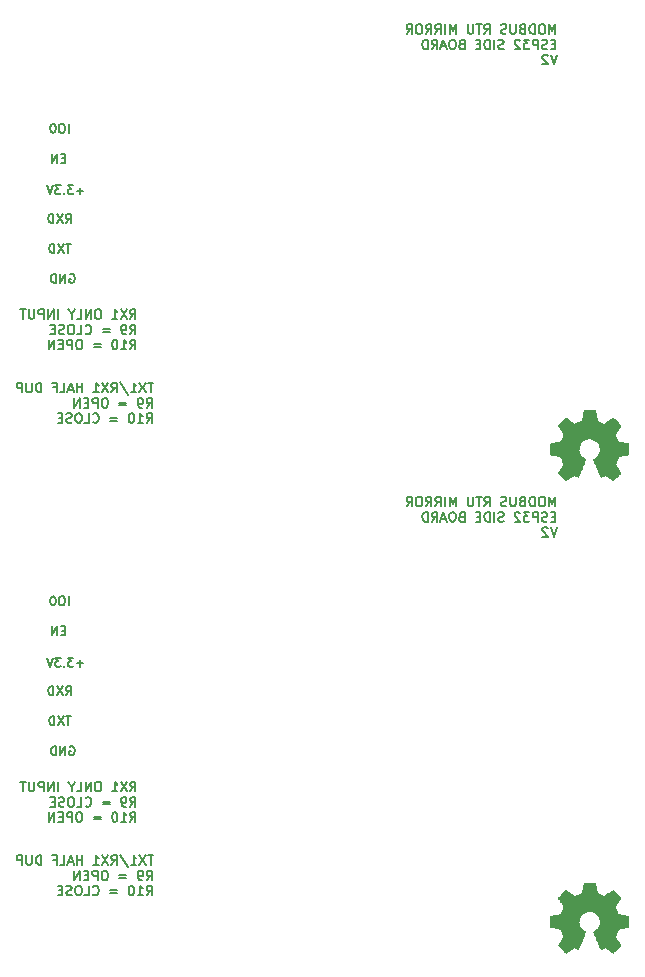
<source format=gbr>
%TF.GenerationSoftware,KiCad,Pcbnew,6.0.11-2627ca5db0~126~ubuntu20.04.1*%
%TF.CreationDate,2025-02-02T15:33:34-05:00*%
%TF.ProjectId,,58585858-5858-4585-9858-585858585858,rev?*%
%TF.SameCoordinates,Original*%
%TF.FileFunction,Legend,Bot*%
%TF.FilePolarity,Positive*%
%FSLAX46Y46*%
G04 Gerber Fmt 4.6, Leading zero omitted, Abs format (unit mm)*
G04 Created by KiCad (PCBNEW 6.0.11-2627ca5db0~126~ubuntu20.04.1) date 2025-02-02 15:33:34*
%MOMM*%
%LPD*%
G01*
G04 APERTURE LIST*
%ADD10C,0.200000*%
%ADD11C,0.187500*%
%ADD12C,0.010000*%
G04 APERTURE END LIST*
D10*
X89900380Y-111558904D02*
X90167047Y-111177952D01*
X90357523Y-111558904D02*
X90357523Y-110758904D01*
X90052761Y-110758904D01*
X89976571Y-110797000D01*
X89938476Y-110835095D01*
X89900380Y-110911285D01*
X89900380Y-111025571D01*
X89938476Y-111101761D01*
X89976571Y-111139857D01*
X90052761Y-111177952D01*
X90357523Y-111177952D01*
X89633714Y-110758904D02*
X89100380Y-111558904D01*
X89100380Y-110758904D02*
X89633714Y-111558904D01*
X88376571Y-111558904D02*
X88833714Y-111558904D01*
X88605142Y-111558904D02*
X88605142Y-110758904D01*
X88681333Y-110873190D01*
X88757523Y-110949380D01*
X88833714Y-110987476D01*
X87271809Y-110758904D02*
X87119428Y-110758904D01*
X87043238Y-110797000D01*
X86967047Y-110873190D01*
X86928952Y-111025571D01*
X86928952Y-111292238D01*
X86967047Y-111444619D01*
X87043238Y-111520809D01*
X87119428Y-111558904D01*
X87271809Y-111558904D01*
X87348000Y-111520809D01*
X87424190Y-111444619D01*
X87462285Y-111292238D01*
X87462285Y-111025571D01*
X87424190Y-110873190D01*
X87348000Y-110797000D01*
X87271809Y-110758904D01*
X86586095Y-111558904D02*
X86586095Y-110758904D01*
X86128952Y-111558904D01*
X86128952Y-110758904D01*
X85367047Y-111558904D02*
X85748000Y-111558904D01*
X85748000Y-110758904D01*
X84948000Y-111177952D02*
X84948000Y-111558904D01*
X85214666Y-110758904D02*
X84948000Y-111177952D01*
X84681333Y-110758904D01*
X83805142Y-111558904D02*
X83805142Y-110758904D01*
X83424190Y-111558904D02*
X83424190Y-110758904D01*
X82967047Y-111558904D01*
X82967047Y-110758904D01*
X82586095Y-111558904D02*
X82586095Y-110758904D01*
X82281333Y-110758904D01*
X82205142Y-110797000D01*
X82167047Y-110835095D01*
X82128952Y-110911285D01*
X82128952Y-111025571D01*
X82167047Y-111101761D01*
X82205142Y-111139857D01*
X82281333Y-111177952D01*
X82586095Y-111177952D01*
X81786095Y-110758904D02*
X81786095Y-111406523D01*
X81748000Y-111482714D01*
X81709904Y-111520809D01*
X81633714Y-111558904D01*
X81481333Y-111558904D01*
X81405142Y-111520809D01*
X81367047Y-111482714D01*
X81328952Y-111406523D01*
X81328952Y-110758904D01*
X81062285Y-110758904D02*
X80605142Y-110758904D01*
X80833714Y-111558904D02*
X80833714Y-110758904D01*
X89900380Y-112846904D02*
X90167047Y-112465952D01*
X90357523Y-112846904D02*
X90357523Y-112046904D01*
X90052761Y-112046904D01*
X89976571Y-112085000D01*
X89938476Y-112123095D01*
X89900380Y-112199285D01*
X89900380Y-112313571D01*
X89938476Y-112389761D01*
X89976571Y-112427857D01*
X90052761Y-112465952D01*
X90357523Y-112465952D01*
X89519428Y-112846904D02*
X89367047Y-112846904D01*
X89290857Y-112808809D01*
X89252761Y-112770714D01*
X89176571Y-112656428D01*
X89138476Y-112504047D01*
X89138476Y-112199285D01*
X89176571Y-112123095D01*
X89214666Y-112085000D01*
X89290857Y-112046904D01*
X89443238Y-112046904D01*
X89519428Y-112085000D01*
X89557523Y-112123095D01*
X89595619Y-112199285D01*
X89595619Y-112389761D01*
X89557523Y-112465952D01*
X89519428Y-112504047D01*
X89443238Y-112542142D01*
X89290857Y-112542142D01*
X89214666Y-112504047D01*
X89176571Y-112465952D01*
X89138476Y-112389761D01*
X88186095Y-112427857D02*
X87576571Y-112427857D01*
X87576571Y-112656428D02*
X88186095Y-112656428D01*
X86128952Y-112770714D02*
X86167047Y-112808809D01*
X86281333Y-112846904D01*
X86357523Y-112846904D01*
X86471809Y-112808809D01*
X86548000Y-112732619D01*
X86586095Y-112656428D01*
X86624190Y-112504047D01*
X86624190Y-112389761D01*
X86586095Y-112237380D01*
X86548000Y-112161190D01*
X86471809Y-112085000D01*
X86357523Y-112046904D01*
X86281333Y-112046904D01*
X86167047Y-112085000D01*
X86128952Y-112123095D01*
X85405142Y-112846904D02*
X85786095Y-112846904D01*
X85786095Y-112046904D01*
X84986095Y-112046904D02*
X84833714Y-112046904D01*
X84757523Y-112085000D01*
X84681333Y-112161190D01*
X84643238Y-112313571D01*
X84643238Y-112580238D01*
X84681333Y-112732619D01*
X84757523Y-112808809D01*
X84833714Y-112846904D01*
X84986095Y-112846904D01*
X85062285Y-112808809D01*
X85138476Y-112732619D01*
X85176571Y-112580238D01*
X85176571Y-112313571D01*
X85138476Y-112161190D01*
X85062285Y-112085000D01*
X84986095Y-112046904D01*
X84338476Y-112808809D02*
X84224190Y-112846904D01*
X84033714Y-112846904D01*
X83957523Y-112808809D01*
X83919428Y-112770714D01*
X83881333Y-112694523D01*
X83881333Y-112618333D01*
X83919428Y-112542142D01*
X83957523Y-112504047D01*
X84033714Y-112465952D01*
X84186095Y-112427857D01*
X84262285Y-112389761D01*
X84300380Y-112351666D01*
X84338476Y-112275476D01*
X84338476Y-112199285D01*
X84300380Y-112123095D01*
X84262285Y-112085000D01*
X84186095Y-112046904D01*
X83995619Y-112046904D01*
X83881333Y-112085000D01*
X83538476Y-112427857D02*
X83271809Y-112427857D01*
X83157523Y-112846904D02*
X83538476Y-112846904D01*
X83538476Y-112046904D01*
X83157523Y-112046904D01*
X89900380Y-114134904D02*
X90167047Y-113753952D01*
X90357523Y-114134904D02*
X90357523Y-113334904D01*
X90052761Y-113334904D01*
X89976571Y-113373000D01*
X89938476Y-113411095D01*
X89900380Y-113487285D01*
X89900380Y-113601571D01*
X89938476Y-113677761D01*
X89976571Y-113715857D01*
X90052761Y-113753952D01*
X90357523Y-113753952D01*
X89138476Y-114134904D02*
X89595619Y-114134904D01*
X89367047Y-114134904D02*
X89367047Y-113334904D01*
X89443238Y-113449190D01*
X89519428Y-113525380D01*
X89595619Y-113563476D01*
X88643238Y-113334904D02*
X88567047Y-113334904D01*
X88490857Y-113373000D01*
X88452761Y-113411095D01*
X88414666Y-113487285D01*
X88376571Y-113639666D01*
X88376571Y-113830142D01*
X88414666Y-113982523D01*
X88452761Y-114058714D01*
X88490857Y-114096809D01*
X88567047Y-114134904D01*
X88643238Y-114134904D01*
X88719428Y-114096809D01*
X88757523Y-114058714D01*
X88795619Y-113982523D01*
X88833714Y-113830142D01*
X88833714Y-113639666D01*
X88795619Y-113487285D01*
X88757523Y-113411095D01*
X88719428Y-113373000D01*
X88643238Y-113334904D01*
X87424190Y-113715857D02*
X86814666Y-113715857D01*
X86814666Y-113944428D02*
X87424190Y-113944428D01*
X85671809Y-113334904D02*
X85519428Y-113334904D01*
X85443238Y-113373000D01*
X85367047Y-113449190D01*
X85328952Y-113601571D01*
X85328952Y-113868238D01*
X85367047Y-114020619D01*
X85443238Y-114096809D01*
X85519428Y-114134904D01*
X85671809Y-114134904D01*
X85748000Y-114096809D01*
X85824190Y-114020619D01*
X85862285Y-113868238D01*
X85862285Y-113601571D01*
X85824190Y-113449190D01*
X85748000Y-113373000D01*
X85671809Y-113334904D01*
X84986095Y-114134904D02*
X84986095Y-113334904D01*
X84681333Y-113334904D01*
X84605142Y-113373000D01*
X84567047Y-113411095D01*
X84528952Y-113487285D01*
X84528952Y-113601571D01*
X84567047Y-113677761D01*
X84605142Y-113715857D01*
X84681333Y-113753952D01*
X84986095Y-113753952D01*
X84186095Y-113715857D02*
X83919428Y-113715857D01*
X83805142Y-114134904D02*
X84186095Y-114134904D01*
X84186095Y-113334904D01*
X83805142Y-113334904D01*
X83462285Y-114134904D02*
X83462285Y-113334904D01*
X83005142Y-114134904D01*
X83005142Y-113334904D01*
D11*
X84447000Y-103426285D02*
X84697000Y-103069142D01*
X84875571Y-103426285D02*
X84875571Y-102676285D01*
X84589857Y-102676285D01*
X84518428Y-102712000D01*
X84482714Y-102747714D01*
X84447000Y-102819142D01*
X84447000Y-102926285D01*
X84482714Y-102997714D01*
X84518428Y-103033428D01*
X84589857Y-103069142D01*
X84875571Y-103069142D01*
X84197000Y-102676285D02*
X83697000Y-103426285D01*
X83697000Y-102676285D02*
X84197000Y-103426285D01*
X83411285Y-103426285D02*
X83411285Y-102676285D01*
X83232714Y-102676285D01*
X83125571Y-102712000D01*
X83054142Y-102783428D01*
X83018428Y-102854857D01*
X82982714Y-102997714D01*
X82982714Y-103104857D01*
X83018428Y-103247714D01*
X83054142Y-103319142D01*
X83125571Y-103390571D01*
X83232714Y-103426285D01*
X83411285Y-103426285D01*
D10*
X125917523Y-87428904D02*
X125917523Y-86628904D01*
X125650857Y-87200333D01*
X125384190Y-86628904D01*
X125384190Y-87428904D01*
X124850857Y-86628904D02*
X124698476Y-86628904D01*
X124622285Y-86667000D01*
X124546095Y-86743190D01*
X124508000Y-86895571D01*
X124508000Y-87162238D01*
X124546095Y-87314619D01*
X124622285Y-87390809D01*
X124698476Y-87428904D01*
X124850857Y-87428904D01*
X124927047Y-87390809D01*
X125003238Y-87314619D01*
X125041333Y-87162238D01*
X125041333Y-86895571D01*
X125003238Y-86743190D01*
X124927047Y-86667000D01*
X124850857Y-86628904D01*
X124165142Y-87428904D02*
X124165142Y-86628904D01*
X123974666Y-86628904D01*
X123860380Y-86667000D01*
X123784190Y-86743190D01*
X123746095Y-86819380D01*
X123708000Y-86971761D01*
X123708000Y-87086047D01*
X123746095Y-87238428D01*
X123784190Y-87314619D01*
X123860380Y-87390809D01*
X123974666Y-87428904D01*
X124165142Y-87428904D01*
X123098476Y-87009857D02*
X122984190Y-87047952D01*
X122946095Y-87086047D01*
X122908000Y-87162238D01*
X122908000Y-87276523D01*
X122946095Y-87352714D01*
X122984190Y-87390809D01*
X123060380Y-87428904D01*
X123365142Y-87428904D01*
X123365142Y-86628904D01*
X123098476Y-86628904D01*
X123022285Y-86667000D01*
X122984190Y-86705095D01*
X122946095Y-86781285D01*
X122946095Y-86857476D01*
X122984190Y-86933666D01*
X123022285Y-86971761D01*
X123098476Y-87009857D01*
X123365142Y-87009857D01*
X122565142Y-86628904D02*
X122565142Y-87276523D01*
X122527047Y-87352714D01*
X122488952Y-87390809D01*
X122412761Y-87428904D01*
X122260380Y-87428904D01*
X122184190Y-87390809D01*
X122146095Y-87352714D01*
X122108000Y-87276523D01*
X122108000Y-86628904D01*
X121765142Y-87390809D02*
X121650857Y-87428904D01*
X121460380Y-87428904D01*
X121384190Y-87390809D01*
X121346095Y-87352714D01*
X121308000Y-87276523D01*
X121308000Y-87200333D01*
X121346095Y-87124142D01*
X121384190Y-87086047D01*
X121460380Y-87047952D01*
X121612761Y-87009857D01*
X121688952Y-86971761D01*
X121727047Y-86933666D01*
X121765142Y-86857476D01*
X121765142Y-86781285D01*
X121727047Y-86705095D01*
X121688952Y-86667000D01*
X121612761Y-86628904D01*
X121422285Y-86628904D01*
X121308000Y-86667000D01*
X119898476Y-87428904D02*
X120165142Y-87047952D01*
X120355619Y-87428904D02*
X120355619Y-86628904D01*
X120050857Y-86628904D01*
X119974666Y-86667000D01*
X119936571Y-86705095D01*
X119898476Y-86781285D01*
X119898476Y-86895571D01*
X119936571Y-86971761D01*
X119974666Y-87009857D01*
X120050857Y-87047952D01*
X120355619Y-87047952D01*
X119669904Y-86628904D02*
X119212761Y-86628904D01*
X119441333Y-87428904D02*
X119441333Y-86628904D01*
X118946095Y-86628904D02*
X118946095Y-87276523D01*
X118908000Y-87352714D01*
X118869904Y-87390809D01*
X118793714Y-87428904D01*
X118641333Y-87428904D01*
X118565142Y-87390809D01*
X118527047Y-87352714D01*
X118488952Y-87276523D01*
X118488952Y-86628904D01*
X117498476Y-87428904D02*
X117498476Y-86628904D01*
X117231809Y-87200333D01*
X116965142Y-86628904D01*
X116965142Y-87428904D01*
X116584190Y-87428904D02*
X116584190Y-86628904D01*
X115746095Y-87428904D02*
X116012761Y-87047952D01*
X116203238Y-87428904D02*
X116203238Y-86628904D01*
X115898476Y-86628904D01*
X115822285Y-86667000D01*
X115784190Y-86705095D01*
X115746095Y-86781285D01*
X115746095Y-86895571D01*
X115784190Y-86971761D01*
X115822285Y-87009857D01*
X115898476Y-87047952D01*
X116203238Y-87047952D01*
X114946095Y-87428904D02*
X115212761Y-87047952D01*
X115403238Y-87428904D02*
X115403238Y-86628904D01*
X115098476Y-86628904D01*
X115022285Y-86667000D01*
X114984190Y-86705095D01*
X114946095Y-86781285D01*
X114946095Y-86895571D01*
X114984190Y-86971761D01*
X115022285Y-87009857D01*
X115098476Y-87047952D01*
X115403238Y-87047952D01*
X114450857Y-86628904D02*
X114298476Y-86628904D01*
X114222285Y-86667000D01*
X114146095Y-86743190D01*
X114107999Y-86895571D01*
X114107999Y-87162238D01*
X114146095Y-87314619D01*
X114222285Y-87390809D01*
X114298476Y-87428904D01*
X114450857Y-87428904D01*
X114527047Y-87390809D01*
X114603238Y-87314619D01*
X114641333Y-87162238D01*
X114641333Y-86895571D01*
X114603238Y-86743190D01*
X114527047Y-86667000D01*
X114450857Y-86628904D01*
X113307999Y-87428904D02*
X113574666Y-87047952D01*
X113765142Y-87428904D02*
X113765142Y-86628904D01*
X113460380Y-86628904D01*
X113384190Y-86667000D01*
X113346095Y-86705095D01*
X113307999Y-86781285D01*
X113307999Y-86895571D01*
X113346095Y-86971761D01*
X113384190Y-87009857D01*
X113460380Y-87047952D01*
X113765142Y-87047952D01*
X125917523Y-88297857D02*
X125650857Y-88297857D01*
X125536571Y-88716904D02*
X125917523Y-88716904D01*
X125917523Y-87916904D01*
X125536571Y-87916904D01*
X125231809Y-88678809D02*
X125117523Y-88716904D01*
X124927047Y-88716904D01*
X124850857Y-88678809D01*
X124812761Y-88640714D01*
X124774666Y-88564523D01*
X124774666Y-88488333D01*
X124812761Y-88412142D01*
X124850857Y-88374047D01*
X124927047Y-88335952D01*
X125079428Y-88297857D01*
X125155619Y-88259761D01*
X125193714Y-88221666D01*
X125231809Y-88145476D01*
X125231809Y-88069285D01*
X125193714Y-87993095D01*
X125155619Y-87955000D01*
X125079428Y-87916904D01*
X124888952Y-87916904D01*
X124774666Y-87955000D01*
X124431809Y-88716904D02*
X124431809Y-87916904D01*
X124127047Y-87916904D01*
X124050857Y-87955000D01*
X124012761Y-87993095D01*
X123974666Y-88069285D01*
X123974666Y-88183571D01*
X124012761Y-88259761D01*
X124050857Y-88297857D01*
X124127047Y-88335952D01*
X124431809Y-88335952D01*
X123708000Y-87916904D02*
X123212761Y-87916904D01*
X123479428Y-88221666D01*
X123365142Y-88221666D01*
X123288952Y-88259761D01*
X123250857Y-88297857D01*
X123212761Y-88374047D01*
X123212761Y-88564523D01*
X123250857Y-88640714D01*
X123288952Y-88678809D01*
X123365142Y-88716904D01*
X123593714Y-88716904D01*
X123669904Y-88678809D01*
X123708000Y-88640714D01*
X122908000Y-87993095D02*
X122869904Y-87955000D01*
X122793714Y-87916904D01*
X122603238Y-87916904D01*
X122527047Y-87955000D01*
X122488952Y-87993095D01*
X122450857Y-88069285D01*
X122450857Y-88145476D01*
X122488952Y-88259761D01*
X122946095Y-88716904D01*
X122450857Y-88716904D01*
X121536571Y-88678809D02*
X121422285Y-88716904D01*
X121231809Y-88716904D01*
X121155619Y-88678809D01*
X121117523Y-88640714D01*
X121079428Y-88564523D01*
X121079428Y-88488333D01*
X121117523Y-88412142D01*
X121155619Y-88374047D01*
X121231809Y-88335952D01*
X121384190Y-88297857D01*
X121460380Y-88259761D01*
X121498476Y-88221666D01*
X121536571Y-88145476D01*
X121536571Y-88069285D01*
X121498476Y-87993095D01*
X121460380Y-87955000D01*
X121384190Y-87916904D01*
X121193714Y-87916904D01*
X121079428Y-87955000D01*
X120736571Y-88716904D02*
X120736571Y-87916904D01*
X120355619Y-88716904D02*
X120355619Y-87916904D01*
X120165142Y-87916904D01*
X120050857Y-87955000D01*
X119974666Y-88031190D01*
X119936571Y-88107380D01*
X119898476Y-88259761D01*
X119898476Y-88374047D01*
X119936571Y-88526428D01*
X119974666Y-88602619D01*
X120050857Y-88678809D01*
X120165142Y-88716904D01*
X120355619Y-88716904D01*
X119555619Y-88297857D02*
X119288952Y-88297857D01*
X119174666Y-88716904D02*
X119555619Y-88716904D01*
X119555619Y-87916904D01*
X119174666Y-87916904D01*
X117955619Y-88297857D02*
X117841333Y-88335952D01*
X117803238Y-88374047D01*
X117765142Y-88450238D01*
X117765142Y-88564523D01*
X117803238Y-88640714D01*
X117841333Y-88678809D01*
X117917523Y-88716904D01*
X118222285Y-88716904D01*
X118222285Y-87916904D01*
X117955619Y-87916904D01*
X117879428Y-87955000D01*
X117841333Y-87993095D01*
X117803238Y-88069285D01*
X117803238Y-88145476D01*
X117841333Y-88221666D01*
X117879428Y-88259761D01*
X117955619Y-88297857D01*
X118222285Y-88297857D01*
X117269904Y-87916904D02*
X117117523Y-87916904D01*
X117041333Y-87955000D01*
X116965142Y-88031190D01*
X116927047Y-88183571D01*
X116927047Y-88450238D01*
X116965142Y-88602619D01*
X117041333Y-88678809D01*
X117117523Y-88716904D01*
X117269904Y-88716904D01*
X117346095Y-88678809D01*
X117422285Y-88602619D01*
X117460380Y-88450238D01*
X117460380Y-88183571D01*
X117422285Y-88031190D01*
X117346095Y-87955000D01*
X117269904Y-87916904D01*
X116622285Y-88488333D02*
X116241333Y-88488333D01*
X116698476Y-88716904D02*
X116431809Y-87916904D01*
X116165142Y-88716904D01*
X115441333Y-88716904D02*
X115708000Y-88335952D01*
X115898476Y-88716904D02*
X115898476Y-87916904D01*
X115593714Y-87916904D01*
X115517523Y-87955000D01*
X115479428Y-87993095D01*
X115441333Y-88069285D01*
X115441333Y-88183571D01*
X115479428Y-88259761D01*
X115517523Y-88297857D01*
X115593714Y-88335952D01*
X115898476Y-88335952D01*
X115098476Y-88716904D02*
X115098476Y-87916904D01*
X114908000Y-87916904D01*
X114793714Y-87955000D01*
X114717523Y-88031190D01*
X114679428Y-88107380D01*
X114641333Y-88259761D01*
X114641333Y-88374047D01*
X114679428Y-88526428D01*
X114717523Y-88602619D01*
X114793714Y-88678809D01*
X114908000Y-88716904D01*
X115098476Y-88716904D01*
X126031809Y-89204904D02*
X125765142Y-90004904D01*
X125498476Y-89204904D01*
X125269904Y-89281095D02*
X125231809Y-89243000D01*
X125155619Y-89204904D01*
X124965142Y-89204904D01*
X124888952Y-89243000D01*
X124850857Y-89281095D01*
X124812761Y-89357285D01*
X124812761Y-89433476D01*
X124850857Y-89547761D01*
X125308000Y-90004904D01*
X124812761Y-90004904D01*
D11*
X84893428Y-105216285D02*
X84464857Y-105216285D01*
X84679142Y-105966285D02*
X84679142Y-105216285D01*
X84286285Y-105216285D02*
X83786285Y-105966285D01*
X83786285Y-105216285D02*
X84286285Y-105966285D01*
X83500571Y-105966285D02*
X83500571Y-105216285D01*
X83322000Y-105216285D01*
X83214857Y-105252000D01*
X83143428Y-105323428D01*
X83107714Y-105394857D01*
X83072000Y-105537714D01*
X83072000Y-105644857D01*
X83107714Y-105787714D01*
X83143428Y-105859142D01*
X83214857Y-105930571D01*
X83322000Y-105966285D01*
X83500571Y-105966285D01*
X84373571Y-97953428D02*
X84123571Y-97953428D01*
X84016428Y-98346285D02*
X84373571Y-98346285D01*
X84373571Y-97596285D01*
X84016428Y-97596285D01*
X83695000Y-98346285D02*
X83695000Y-97596285D01*
X83266428Y-98346285D01*
X83266428Y-97596285D01*
X84772428Y-107792000D02*
X84843857Y-107756285D01*
X84951000Y-107756285D01*
X85058142Y-107792000D01*
X85129571Y-107863428D01*
X85165285Y-107934857D01*
X85201000Y-108077714D01*
X85201000Y-108184857D01*
X85165285Y-108327714D01*
X85129571Y-108399142D01*
X85058142Y-108470571D01*
X84951000Y-108506285D01*
X84879571Y-108506285D01*
X84772428Y-108470571D01*
X84736714Y-108434857D01*
X84736714Y-108184857D01*
X84879571Y-108184857D01*
X84415285Y-108506285D02*
X84415285Y-107756285D01*
X83986714Y-108506285D01*
X83986714Y-107756285D01*
X83629571Y-108506285D02*
X83629571Y-107756285D01*
X83451000Y-107756285D01*
X83343857Y-107792000D01*
X83272428Y-107863428D01*
X83236714Y-107934857D01*
X83201000Y-108077714D01*
X83201000Y-108184857D01*
X83236714Y-108327714D01*
X83272428Y-108399142D01*
X83343857Y-108470571D01*
X83451000Y-108506285D01*
X83629571Y-108506285D01*
X84697000Y-95806285D02*
X84697000Y-95056285D01*
X84197000Y-95056285D02*
X84054142Y-95056285D01*
X83982714Y-95092000D01*
X83911285Y-95163428D01*
X83875571Y-95306285D01*
X83875571Y-95556285D01*
X83911285Y-95699142D01*
X83982714Y-95770571D01*
X84054142Y-95806285D01*
X84197000Y-95806285D01*
X84268428Y-95770571D01*
X84339857Y-95699142D01*
X84375571Y-95556285D01*
X84375571Y-95306285D01*
X84339857Y-95163428D01*
X84268428Y-95092000D01*
X84197000Y-95056285D01*
X83411285Y-95056285D02*
X83339857Y-95056285D01*
X83268428Y-95092000D01*
X83232714Y-95127714D01*
X83197000Y-95199142D01*
X83161285Y-95342000D01*
X83161285Y-95520571D01*
X83197000Y-95663428D01*
X83232714Y-95734857D01*
X83268428Y-95770571D01*
X83339857Y-95806285D01*
X83411285Y-95806285D01*
X83482714Y-95770571D01*
X83518428Y-95734857D01*
X83554142Y-95663428D01*
X83589857Y-95520571D01*
X83589857Y-95342000D01*
X83554142Y-95199142D01*
X83518428Y-95127714D01*
X83482714Y-95092000D01*
X83411285Y-95056285D01*
X85955000Y-100727571D02*
X85383571Y-100727571D01*
X85669285Y-101013285D02*
X85669285Y-100441857D01*
X85097857Y-100263285D02*
X84633571Y-100263285D01*
X84883571Y-100549000D01*
X84776428Y-100549000D01*
X84705000Y-100584714D01*
X84669285Y-100620428D01*
X84633571Y-100691857D01*
X84633571Y-100870428D01*
X84669285Y-100941857D01*
X84705000Y-100977571D01*
X84776428Y-101013285D01*
X84990714Y-101013285D01*
X85062142Y-100977571D01*
X85097857Y-100941857D01*
X84312142Y-100941857D02*
X84276428Y-100977571D01*
X84312142Y-101013285D01*
X84347857Y-100977571D01*
X84312142Y-100941857D01*
X84312142Y-101013285D01*
X84026428Y-100263285D02*
X83562142Y-100263285D01*
X83812142Y-100549000D01*
X83705000Y-100549000D01*
X83633571Y-100584714D01*
X83597857Y-100620428D01*
X83562142Y-100691857D01*
X83562142Y-100870428D01*
X83597857Y-100941857D01*
X83633571Y-100977571D01*
X83705000Y-101013285D01*
X83919285Y-101013285D01*
X83990714Y-100977571D01*
X84026428Y-100941857D01*
X83347857Y-100263285D02*
X83097857Y-101013285D01*
X82847857Y-100263285D01*
D10*
X91868809Y-116981904D02*
X91411666Y-116981904D01*
X91640238Y-117781904D02*
X91640238Y-116981904D01*
X91221190Y-116981904D02*
X90687857Y-117781904D01*
X90687857Y-116981904D02*
X91221190Y-117781904D01*
X89964047Y-117781904D02*
X90421190Y-117781904D01*
X90192619Y-117781904D02*
X90192619Y-116981904D01*
X90268809Y-117096190D01*
X90345000Y-117172380D01*
X90421190Y-117210476D01*
X89049761Y-116943809D02*
X89735476Y-117972380D01*
X88325952Y-117781904D02*
X88592619Y-117400952D01*
X88783095Y-117781904D02*
X88783095Y-116981904D01*
X88478333Y-116981904D01*
X88402142Y-117020000D01*
X88364047Y-117058095D01*
X88325952Y-117134285D01*
X88325952Y-117248571D01*
X88364047Y-117324761D01*
X88402142Y-117362857D01*
X88478333Y-117400952D01*
X88783095Y-117400952D01*
X88059285Y-116981904D02*
X87525952Y-117781904D01*
X87525952Y-116981904D02*
X88059285Y-117781904D01*
X86802142Y-117781904D02*
X87259285Y-117781904D01*
X87030714Y-117781904D02*
X87030714Y-116981904D01*
X87106904Y-117096190D01*
X87183095Y-117172380D01*
X87259285Y-117210476D01*
X85849761Y-117781904D02*
X85849761Y-116981904D01*
X85849761Y-117362857D02*
X85392619Y-117362857D01*
X85392619Y-117781904D02*
X85392619Y-116981904D01*
X85049761Y-117553333D02*
X84668809Y-117553333D01*
X85125952Y-117781904D02*
X84859285Y-116981904D01*
X84592619Y-117781904D01*
X83945000Y-117781904D02*
X84325952Y-117781904D01*
X84325952Y-116981904D01*
X83411666Y-117362857D02*
X83678333Y-117362857D01*
X83678333Y-117781904D02*
X83678333Y-116981904D01*
X83297380Y-116981904D01*
X82383095Y-117781904D02*
X82383095Y-116981904D01*
X82192619Y-116981904D01*
X82078333Y-117020000D01*
X82002142Y-117096190D01*
X81964047Y-117172380D01*
X81925952Y-117324761D01*
X81925952Y-117439047D01*
X81964047Y-117591428D01*
X82002142Y-117667619D01*
X82078333Y-117743809D01*
X82192619Y-117781904D01*
X82383095Y-117781904D01*
X81583095Y-116981904D02*
X81583095Y-117629523D01*
X81545000Y-117705714D01*
X81506904Y-117743809D01*
X81430714Y-117781904D01*
X81278333Y-117781904D01*
X81202142Y-117743809D01*
X81164047Y-117705714D01*
X81125952Y-117629523D01*
X81125952Y-116981904D01*
X80745000Y-117781904D02*
X80745000Y-116981904D01*
X80440238Y-116981904D01*
X80364047Y-117020000D01*
X80325952Y-117058095D01*
X80287857Y-117134285D01*
X80287857Y-117248571D01*
X80325952Y-117324761D01*
X80364047Y-117362857D01*
X80440238Y-117400952D01*
X80745000Y-117400952D01*
X91297380Y-119069904D02*
X91564047Y-118688952D01*
X91754523Y-119069904D02*
X91754523Y-118269904D01*
X91449761Y-118269904D01*
X91373571Y-118308000D01*
X91335476Y-118346095D01*
X91297380Y-118422285D01*
X91297380Y-118536571D01*
X91335476Y-118612761D01*
X91373571Y-118650857D01*
X91449761Y-118688952D01*
X91754523Y-118688952D01*
X90916428Y-119069904D02*
X90764047Y-119069904D01*
X90687857Y-119031809D01*
X90649761Y-118993714D01*
X90573571Y-118879428D01*
X90535476Y-118727047D01*
X90535476Y-118422285D01*
X90573571Y-118346095D01*
X90611666Y-118308000D01*
X90687857Y-118269904D01*
X90840238Y-118269904D01*
X90916428Y-118308000D01*
X90954523Y-118346095D01*
X90992619Y-118422285D01*
X90992619Y-118612761D01*
X90954523Y-118688952D01*
X90916428Y-118727047D01*
X90840238Y-118765142D01*
X90687857Y-118765142D01*
X90611666Y-118727047D01*
X90573571Y-118688952D01*
X90535476Y-118612761D01*
X89583095Y-118650857D02*
X88973571Y-118650857D01*
X88973571Y-118879428D02*
X89583095Y-118879428D01*
X87830714Y-118269904D02*
X87678333Y-118269904D01*
X87602142Y-118308000D01*
X87525952Y-118384190D01*
X87487857Y-118536571D01*
X87487857Y-118803238D01*
X87525952Y-118955619D01*
X87602142Y-119031809D01*
X87678333Y-119069904D01*
X87830714Y-119069904D01*
X87906904Y-119031809D01*
X87983095Y-118955619D01*
X88021190Y-118803238D01*
X88021190Y-118536571D01*
X87983095Y-118384190D01*
X87906904Y-118308000D01*
X87830714Y-118269904D01*
X87145000Y-119069904D02*
X87145000Y-118269904D01*
X86840238Y-118269904D01*
X86764047Y-118308000D01*
X86725952Y-118346095D01*
X86687857Y-118422285D01*
X86687857Y-118536571D01*
X86725952Y-118612761D01*
X86764047Y-118650857D01*
X86840238Y-118688952D01*
X87145000Y-118688952D01*
X86345000Y-118650857D02*
X86078333Y-118650857D01*
X85964047Y-119069904D02*
X86345000Y-119069904D01*
X86345000Y-118269904D01*
X85964047Y-118269904D01*
X85621190Y-119069904D02*
X85621190Y-118269904D01*
X85164047Y-119069904D01*
X85164047Y-118269904D01*
X91297380Y-120357904D02*
X91564047Y-119976952D01*
X91754523Y-120357904D02*
X91754523Y-119557904D01*
X91449761Y-119557904D01*
X91373571Y-119596000D01*
X91335476Y-119634095D01*
X91297380Y-119710285D01*
X91297380Y-119824571D01*
X91335476Y-119900761D01*
X91373571Y-119938857D01*
X91449761Y-119976952D01*
X91754523Y-119976952D01*
X90535476Y-120357904D02*
X90992619Y-120357904D01*
X90764047Y-120357904D02*
X90764047Y-119557904D01*
X90840238Y-119672190D01*
X90916428Y-119748380D01*
X90992619Y-119786476D01*
X90040238Y-119557904D02*
X89964047Y-119557904D01*
X89887857Y-119596000D01*
X89849761Y-119634095D01*
X89811666Y-119710285D01*
X89773571Y-119862666D01*
X89773571Y-120053142D01*
X89811666Y-120205523D01*
X89849761Y-120281714D01*
X89887857Y-120319809D01*
X89964047Y-120357904D01*
X90040238Y-120357904D01*
X90116428Y-120319809D01*
X90154523Y-120281714D01*
X90192619Y-120205523D01*
X90230714Y-120053142D01*
X90230714Y-119862666D01*
X90192619Y-119710285D01*
X90154523Y-119634095D01*
X90116428Y-119596000D01*
X90040238Y-119557904D01*
X88821190Y-119938857D02*
X88211666Y-119938857D01*
X88211666Y-120167428D02*
X88821190Y-120167428D01*
X86764047Y-120281714D02*
X86802142Y-120319809D01*
X86916428Y-120357904D01*
X86992619Y-120357904D01*
X87106904Y-120319809D01*
X87183095Y-120243619D01*
X87221190Y-120167428D01*
X87259285Y-120015047D01*
X87259285Y-119900761D01*
X87221190Y-119748380D01*
X87183095Y-119672190D01*
X87106904Y-119596000D01*
X86992619Y-119557904D01*
X86916428Y-119557904D01*
X86802142Y-119596000D01*
X86764047Y-119634095D01*
X86040238Y-120357904D02*
X86421190Y-120357904D01*
X86421190Y-119557904D01*
X85621190Y-119557904D02*
X85468809Y-119557904D01*
X85392619Y-119596000D01*
X85316428Y-119672190D01*
X85278333Y-119824571D01*
X85278333Y-120091238D01*
X85316428Y-120243619D01*
X85392619Y-120319809D01*
X85468809Y-120357904D01*
X85621190Y-120357904D01*
X85697380Y-120319809D01*
X85773571Y-120243619D01*
X85811666Y-120091238D01*
X85811666Y-119824571D01*
X85773571Y-119672190D01*
X85697380Y-119596000D01*
X85621190Y-119557904D01*
X84973571Y-120319809D02*
X84859285Y-120357904D01*
X84668809Y-120357904D01*
X84592619Y-120319809D01*
X84554523Y-120281714D01*
X84516428Y-120205523D01*
X84516428Y-120129333D01*
X84554523Y-120053142D01*
X84592619Y-120015047D01*
X84668809Y-119976952D01*
X84821190Y-119938857D01*
X84897380Y-119900761D01*
X84935476Y-119862666D01*
X84973571Y-119786476D01*
X84973571Y-119710285D01*
X84935476Y-119634095D01*
X84897380Y-119596000D01*
X84821190Y-119557904D01*
X84630714Y-119557904D01*
X84516428Y-119596000D01*
X84173571Y-119938857D02*
X83906904Y-119938857D01*
X83792619Y-120357904D02*
X84173571Y-120357904D01*
X84173571Y-119557904D01*
X83792619Y-119557904D01*
X89900380Y-71558904D02*
X90167047Y-71177952D01*
X90357523Y-71558904D02*
X90357523Y-70758904D01*
X90052761Y-70758904D01*
X89976571Y-70797000D01*
X89938476Y-70835095D01*
X89900380Y-70911285D01*
X89900380Y-71025571D01*
X89938476Y-71101761D01*
X89976571Y-71139857D01*
X90052761Y-71177952D01*
X90357523Y-71177952D01*
X89633714Y-70758904D02*
X89100380Y-71558904D01*
X89100380Y-70758904D02*
X89633714Y-71558904D01*
X88376571Y-71558904D02*
X88833714Y-71558904D01*
X88605142Y-71558904D02*
X88605142Y-70758904D01*
X88681333Y-70873190D01*
X88757523Y-70949380D01*
X88833714Y-70987476D01*
X87271809Y-70758904D02*
X87119428Y-70758904D01*
X87043238Y-70797000D01*
X86967047Y-70873190D01*
X86928952Y-71025571D01*
X86928952Y-71292238D01*
X86967047Y-71444619D01*
X87043238Y-71520809D01*
X87119428Y-71558904D01*
X87271809Y-71558904D01*
X87348000Y-71520809D01*
X87424190Y-71444619D01*
X87462285Y-71292238D01*
X87462285Y-71025571D01*
X87424190Y-70873190D01*
X87348000Y-70797000D01*
X87271809Y-70758904D01*
X86586095Y-71558904D02*
X86586095Y-70758904D01*
X86128952Y-71558904D01*
X86128952Y-70758904D01*
X85367047Y-71558904D02*
X85748000Y-71558904D01*
X85748000Y-70758904D01*
X84948000Y-71177952D02*
X84948000Y-71558904D01*
X85214666Y-70758904D02*
X84948000Y-71177952D01*
X84681333Y-70758904D01*
X83805142Y-71558904D02*
X83805142Y-70758904D01*
X83424190Y-71558904D02*
X83424190Y-70758904D01*
X82967047Y-71558904D01*
X82967047Y-70758904D01*
X82586095Y-71558904D02*
X82586095Y-70758904D01*
X82281333Y-70758904D01*
X82205142Y-70797000D01*
X82167047Y-70835095D01*
X82128952Y-70911285D01*
X82128952Y-71025571D01*
X82167047Y-71101761D01*
X82205142Y-71139857D01*
X82281333Y-71177952D01*
X82586095Y-71177952D01*
X81786095Y-70758904D02*
X81786095Y-71406523D01*
X81748000Y-71482714D01*
X81709904Y-71520809D01*
X81633714Y-71558904D01*
X81481333Y-71558904D01*
X81405142Y-71520809D01*
X81367047Y-71482714D01*
X81328952Y-71406523D01*
X81328952Y-70758904D01*
X81062285Y-70758904D02*
X80605142Y-70758904D01*
X80833714Y-71558904D02*
X80833714Y-70758904D01*
X89900380Y-72846904D02*
X90167047Y-72465952D01*
X90357523Y-72846904D02*
X90357523Y-72046904D01*
X90052761Y-72046904D01*
X89976571Y-72085000D01*
X89938476Y-72123095D01*
X89900380Y-72199285D01*
X89900380Y-72313571D01*
X89938476Y-72389761D01*
X89976571Y-72427857D01*
X90052761Y-72465952D01*
X90357523Y-72465952D01*
X89519428Y-72846904D02*
X89367047Y-72846904D01*
X89290857Y-72808809D01*
X89252761Y-72770714D01*
X89176571Y-72656428D01*
X89138476Y-72504047D01*
X89138476Y-72199285D01*
X89176571Y-72123095D01*
X89214666Y-72085000D01*
X89290857Y-72046904D01*
X89443238Y-72046904D01*
X89519428Y-72085000D01*
X89557523Y-72123095D01*
X89595619Y-72199285D01*
X89595619Y-72389761D01*
X89557523Y-72465952D01*
X89519428Y-72504047D01*
X89443238Y-72542142D01*
X89290857Y-72542142D01*
X89214666Y-72504047D01*
X89176571Y-72465952D01*
X89138476Y-72389761D01*
X88186095Y-72427857D02*
X87576571Y-72427857D01*
X87576571Y-72656428D02*
X88186095Y-72656428D01*
X86128952Y-72770714D02*
X86167047Y-72808809D01*
X86281333Y-72846904D01*
X86357523Y-72846904D01*
X86471809Y-72808809D01*
X86548000Y-72732619D01*
X86586095Y-72656428D01*
X86624190Y-72504047D01*
X86624190Y-72389761D01*
X86586095Y-72237380D01*
X86548000Y-72161190D01*
X86471809Y-72085000D01*
X86357523Y-72046904D01*
X86281333Y-72046904D01*
X86167047Y-72085000D01*
X86128952Y-72123095D01*
X85405142Y-72846904D02*
X85786095Y-72846904D01*
X85786095Y-72046904D01*
X84986095Y-72046904D02*
X84833714Y-72046904D01*
X84757523Y-72085000D01*
X84681333Y-72161190D01*
X84643238Y-72313571D01*
X84643238Y-72580238D01*
X84681333Y-72732619D01*
X84757523Y-72808809D01*
X84833714Y-72846904D01*
X84986095Y-72846904D01*
X85062285Y-72808809D01*
X85138476Y-72732619D01*
X85176571Y-72580238D01*
X85176571Y-72313571D01*
X85138476Y-72161190D01*
X85062285Y-72085000D01*
X84986095Y-72046904D01*
X84338476Y-72808809D02*
X84224190Y-72846904D01*
X84033714Y-72846904D01*
X83957523Y-72808809D01*
X83919428Y-72770714D01*
X83881333Y-72694523D01*
X83881333Y-72618333D01*
X83919428Y-72542142D01*
X83957523Y-72504047D01*
X84033714Y-72465952D01*
X84186095Y-72427857D01*
X84262285Y-72389761D01*
X84300380Y-72351666D01*
X84338476Y-72275476D01*
X84338476Y-72199285D01*
X84300380Y-72123095D01*
X84262285Y-72085000D01*
X84186095Y-72046904D01*
X83995619Y-72046904D01*
X83881333Y-72085000D01*
X83538476Y-72427857D02*
X83271809Y-72427857D01*
X83157523Y-72846904D02*
X83538476Y-72846904D01*
X83538476Y-72046904D01*
X83157523Y-72046904D01*
X89900380Y-74134904D02*
X90167047Y-73753952D01*
X90357523Y-74134904D02*
X90357523Y-73334904D01*
X90052761Y-73334904D01*
X89976571Y-73373000D01*
X89938476Y-73411095D01*
X89900380Y-73487285D01*
X89900380Y-73601571D01*
X89938476Y-73677761D01*
X89976571Y-73715857D01*
X90052761Y-73753952D01*
X90357523Y-73753952D01*
X89138476Y-74134904D02*
X89595619Y-74134904D01*
X89367047Y-74134904D02*
X89367047Y-73334904D01*
X89443238Y-73449190D01*
X89519428Y-73525380D01*
X89595619Y-73563476D01*
X88643238Y-73334904D02*
X88567047Y-73334904D01*
X88490857Y-73373000D01*
X88452761Y-73411095D01*
X88414666Y-73487285D01*
X88376571Y-73639666D01*
X88376571Y-73830142D01*
X88414666Y-73982523D01*
X88452761Y-74058714D01*
X88490857Y-74096809D01*
X88567047Y-74134904D01*
X88643238Y-74134904D01*
X88719428Y-74096809D01*
X88757523Y-74058714D01*
X88795619Y-73982523D01*
X88833714Y-73830142D01*
X88833714Y-73639666D01*
X88795619Y-73487285D01*
X88757523Y-73411095D01*
X88719428Y-73373000D01*
X88643238Y-73334904D01*
X87424190Y-73715857D02*
X86814666Y-73715857D01*
X86814666Y-73944428D02*
X87424190Y-73944428D01*
X85671809Y-73334904D02*
X85519428Y-73334904D01*
X85443238Y-73373000D01*
X85367047Y-73449190D01*
X85328952Y-73601571D01*
X85328952Y-73868238D01*
X85367047Y-74020619D01*
X85443238Y-74096809D01*
X85519428Y-74134904D01*
X85671809Y-74134904D01*
X85748000Y-74096809D01*
X85824190Y-74020619D01*
X85862285Y-73868238D01*
X85862285Y-73601571D01*
X85824190Y-73449190D01*
X85748000Y-73373000D01*
X85671809Y-73334904D01*
X84986095Y-74134904D02*
X84986095Y-73334904D01*
X84681333Y-73334904D01*
X84605142Y-73373000D01*
X84567047Y-73411095D01*
X84528952Y-73487285D01*
X84528952Y-73601571D01*
X84567047Y-73677761D01*
X84605142Y-73715857D01*
X84681333Y-73753952D01*
X84986095Y-73753952D01*
X84186095Y-73715857D02*
X83919428Y-73715857D01*
X83805142Y-74134904D02*
X84186095Y-74134904D01*
X84186095Y-73334904D01*
X83805142Y-73334904D01*
X83462285Y-74134904D02*
X83462285Y-73334904D01*
X83005142Y-74134904D01*
X83005142Y-73334904D01*
D11*
X84447000Y-63426285D02*
X84697000Y-63069142D01*
X84875571Y-63426285D02*
X84875571Y-62676285D01*
X84589857Y-62676285D01*
X84518428Y-62712000D01*
X84482714Y-62747714D01*
X84447000Y-62819142D01*
X84447000Y-62926285D01*
X84482714Y-62997714D01*
X84518428Y-63033428D01*
X84589857Y-63069142D01*
X84875571Y-63069142D01*
X84197000Y-62676285D02*
X83697000Y-63426285D01*
X83697000Y-62676285D02*
X84197000Y-63426285D01*
X83411285Y-63426285D02*
X83411285Y-62676285D01*
X83232714Y-62676285D01*
X83125571Y-62712000D01*
X83054142Y-62783428D01*
X83018428Y-62854857D01*
X82982714Y-62997714D01*
X82982714Y-63104857D01*
X83018428Y-63247714D01*
X83054142Y-63319142D01*
X83125571Y-63390571D01*
X83232714Y-63426285D01*
X83411285Y-63426285D01*
D10*
X91868809Y-76981904D02*
X91411666Y-76981904D01*
X91640238Y-77781904D02*
X91640238Y-76981904D01*
X91221190Y-76981904D02*
X90687857Y-77781904D01*
X90687857Y-76981904D02*
X91221190Y-77781904D01*
X89964047Y-77781904D02*
X90421190Y-77781904D01*
X90192619Y-77781904D02*
X90192619Y-76981904D01*
X90268809Y-77096190D01*
X90345000Y-77172380D01*
X90421190Y-77210476D01*
X89049761Y-76943809D02*
X89735476Y-77972380D01*
X88325952Y-77781904D02*
X88592619Y-77400952D01*
X88783095Y-77781904D02*
X88783095Y-76981904D01*
X88478333Y-76981904D01*
X88402142Y-77020000D01*
X88364047Y-77058095D01*
X88325952Y-77134285D01*
X88325952Y-77248571D01*
X88364047Y-77324761D01*
X88402142Y-77362857D01*
X88478333Y-77400952D01*
X88783095Y-77400952D01*
X88059285Y-76981904D02*
X87525952Y-77781904D01*
X87525952Y-76981904D02*
X88059285Y-77781904D01*
X86802142Y-77781904D02*
X87259285Y-77781904D01*
X87030714Y-77781904D02*
X87030714Y-76981904D01*
X87106904Y-77096190D01*
X87183095Y-77172380D01*
X87259285Y-77210476D01*
X85849761Y-77781904D02*
X85849761Y-76981904D01*
X85849761Y-77362857D02*
X85392619Y-77362857D01*
X85392619Y-77781904D02*
X85392619Y-76981904D01*
X85049761Y-77553333D02*
X84668809Y-77553333D01*
X85125952Y-77781904D02*
X84859285Y-76981904D01*
X84592619Y-77781904D01*
X83945000Y-77781904D02*
X84325952Y-77781904D01*
X84325952Y-76981904D01*
X83411666Y-77362857D02*
X83678333Y-77362857D01*
X83678333Y-77781904D02*
X83678333Y-76981904D01*
X83297380Y-76981904D01*
X82383095Y-77781904D02*
X82383095Y-76981904D01*
X82192619Y-76981904D01*
X82078333Y-77020000D01*
X82002142Y-77096190D01*
X81964047Y-77172380D01*
X81925952Y-77324761D01*
X81925952Y-77439047D01*
X81964047Y-77591428D01*
X82002142Y-77667619D01*
X82078333Y-77743809D01*
X82192619Y-77781904D01*
X82383095Y-77781904D01*
X81583095Y-76981904D02*
X81583095Y-77629523D01*
X81545000Y-77705714D01*
X81506904Y-77743809D01*
X81430714Y-77781904D01*
X81278333Y-77781904D01*
X81202142Y-77743809D01*
X81164047Y-77705714D01*
X81125952Y-77629523D01*
X81125952Y-76981904D01*
X80745000Y-77781904D02*
X80745000Y-76981904D01*
X80440238Y-76981904D01*
X80364047Y-77020000D01*
X80325952Y-77058095D01*
X80287857Y-77134285D01*
X80287857Y-77248571D01*
X80325952Y-77324761D01*
X80364047Y-77362857D01*
X80440238Y-77400952D01*
X80745000Y-77400952D01*
X91297380Y-79069904D02*
X91564047Y-78688952D01*
X91754523Y-79069904D02*
X91754523Y-78269904D01*
X91449761Y-78269904D01*
X91373571Y-78308000D01*
X91335476Y-78346095D01*
X91297380Y-78422285D01*
X91297380Y-78536571D01*
X91335476Y-78612761D01*
X91373571Y-78650857D01*
X91449761Y-78688952D01*
X91754523Y-78688952D01*
X90916428Y-79069904D02*
X90764047Y-79069904D01*
X90687857Y-79031809D01*
X90649761Y-78993714D01*
X90573571Y-78879428D01*
X90535476Y-78727047D01*
X90535476Y-78422285D01*
X90573571Y-78346095D01*
X90611666Y-78308000D01*
X90687857Y-78269904D01*
X90840238Y-78269904D01*
X90916428Y-78308000D01*
X90954523Y-78346095D01*
X90992619Y-78422285D01*
X90992619Y-78612761D01*
X90954523Y-78688952D01*
X90916428Y-78727047D01*
X90840238Y-78765142D01*
X90687857Y-78765142D01*
X90611666Y-78727047D01*
X90573571Y-78688952D01*
X90535476Y-78612761D01*
X89583095Y-78650857D02*
X88973571Y-78650857D01*
X88973571Y-78879428D02*
X89583095Y-78879428D01*
X87830714Y-78269904D02*
X87678333Y-78269904D01*
X87602142Y-78308000D01*
X87525952Y-78384190D01*
X87487857Y-78536571D01*
X87487857Y-78803238D01*
X87525952Y-78955619D01*
X87602142Y-79031809D01*
X87678333Y-79069904D01*
X87830714Y-79069904D01*
X87906904Y-79031809D01*
X87983095Y-78955619D01*
X88021190Y-78803238D01*
X88021190Y-78536571D01*
X87983095Y-78384190D01*
X87906904Y-78308000D01*
X87830714Y-78269904D01*
X87145000Y-79069904D02*
X87145000Y-78269904D01*
X86840238Y-78269904D01*
X86764047Y-78308000D01*
X86725952Y-78346095D01*
X86687857Y-78422285D01*
X86687857Y-78536571D01*
X86725952Y-78612761D01*
X86764047Y-78650857D01*
X86840238Y-78688952D01*
X87145000Y-78688952D01*
X86345000Y-78650857D02*
X86078333Y-78650857D01*
X85964047Y-79069904D02*
X86345000Y-79069904D01*
X86345000Y-78269904D01*
X85964047Y-78269904D01*
X85621190Y-79069904D02*
X85621190Y-78269904D01*
X85164047Y-79069904D01*
X85164047Y-78269904D01*
X91297380Y-80357904D02*
X91564047Y-79976952D01*
X91754523Y-80357904D02*
X91754523Y-79557904D01*
X91449761Y-79557904D01*
X91373571Y-79596000D01*
X91335476Y-79634095D01*
X91297380Y-79710285D01*
X91297380Y-79824571D01*
X91335476Y-79900761D01*
X91373571Y-79938857D01*
X91449761Y-79976952D01*
X91754523Y-79976952D01*
X90535476Y-80357904D02*
X90992619Y-80357904D01*
X90764047Y-80357904D02*
X90764047Y-79557904D01*
X90840238Y-79672190D01*
X90916428Y-79748380D01*
X90992619Y-79786476D01*
X90040238Y-79557904D02*
X89964047Y-79557904D01*
X89887857Y-79596000D01*
X89849761Y-79634095D01*
X89811666Y-79710285D01*
X89773571Y-79862666D01*
X89773571Y-80053142D01*
X89811666Y-80205523D01*
X89849761Y-80281714D01*
X89887857Y-80319809D01*
X89964047Y-80357904D01*
X90040238Y-80357904D01*
X90116428Y-80319809D01*
X90154523Y-80281714D01*
X90192619Y-80205523D01*
X90230714Y-80053142D01*
X90230714Y-79862666D01*
X90192619Y-79710285D01*
X90154523Y-79634095D01*
X90116428Y-79596000D01*
X90040238Y-79557904D01*
X88821190Y-79938857D02*
X88211666Y-79938857D01*
X88211666Y-80167428D02*
X88821190Y-80167428D01*
X86764047Y-80281714D02*
X86802142Y-80319809D01*
X86916428Y-80357904D01*
X86992619Y-80357904D01*
X87106904Y-80319809D01*
X87183095Y-80243619D01*
X87221190Y-80167428D01*
X87259285Y-80015047D01*
X87259285Y-79900761D01*
X87221190Y-79748380D01*
X87183095Y-79672190D01*
X87106904Y-79596000D01*
X86992619Y-79557904D01*
X86916428Y-79557904D01*
X86802142Y-79596000D01*
X86764047Y-79634095D01*
X86040238Y-80357904D02*
X86421190Y-80357904D01*
X86421190Y-79557904D01*
X85621190Y-79557904D02*
X85468809Y-79557904D01*
X85392619Y-79596000D01*
X85316428Y-79672190D01*
X85278333Y-79824571D01*
X85278333Y-80091238D01*
X85316428Y-80243619D01*
X85392619Y-80319809D01*
X85468809Y-80357904D01*
X85621190Y-80357904D01*
X85697380Y-80319809D01*
X85773571Y-80243619D01*
X85811666Y-80091238D01*
X85811666Y-79824571D01*
X85773571Y-79672190D01*
X85697380Y-79596000D01*
X85621190Y-79557904D01*
X84973571Y-80319809D02*
X84859285Y-80357904D01*
X84668809Y-80357904D01*
X84592619Y-80319809D01*
X84554523Y-80281714D01*
X84516428Y-80205523D01*
X84516428Y-80129333D01*
X84554523Y-80053142D01*
X84592619Y-80015047D01*
X84668809Y-79976952D01*
X84821190Y-79938857D01*
X84897380Y-79900761D01*
X84935476Y-79862666D01*
X84973571Y-79786476D01*
X84973571Y-79710285D01*
X84935476Y-79634095D01*
X84897380Y-79596000D01*
X84821190Y-79557904D01*
X84630714Y-79557904D01*
X84516428Y-79596000D01*
X84173571Y-79938857D02*
X83906904Y-79938857D01*
X83792619Y-80357904D02*
X84173571Y-80357904D01*
X84173571Y-79557904D01*
X83792619Y-79557904D01*
D11*
X85955000Y-60727571D02*
X85383571Y-60727571D01*
X85669285Y-61013285D02*
X85669285Y-60441857D01*
X85097857Y-60263285D02*
X84633571Y-60263285D01*
X84883571Y-60549000D01*
X84776428Y-60549000D01*
X84705000Y-60584714D01*
X84669285Y-60620428D01*
X84633571Y-60691857D01*
X84633571Y-60870428D01*
X84669285Y-60941857D01*
X84705000Y-60977571D01*
X84776428Y-61013285D01*
X84990714Y-61013285D01*
X85062142Y-60977571D01*
X85097857Y-60941857D01*
X84312142Y-60941857D02*
X84276428Y-60977571D01*
X84312142Y-61013285D01*
X84347857Y-60977571D01*
X84312142Y-60941857D01*
X84312142Y-61013285D01*
X84026428Y-60263285D02*
X83562142Y-60263285D01*
X83812142Y-60549000D01*
X83705000Y-60549000D01*
X83633571Y-60584714D01*
X83597857Y-60620428D01*
X83562142Y-60691857D01*
X83562142Y-60870428D01*
X83597857Y-60941857D01*
X83633571Y-60977571D01*
X83705000Y-61013285D01*
X83919285Y-61013285D01*
X83990714Y-60977571D01*
X84026428Y-60941857D01*
X83347857Y-60263285D02*
X83097857Y-61013285D01*
X82847857Y-60263285D01*
X84697000Y-55806285D02*
X84697000Y-55056285D01*
X84197000Y-55056285D02*
X84054142Y-55056285D01*
X83982714Y-55092000D01*
X83911285Y-55163428D01*
X83875571Y-55306285D01*
X83875571Y-55556285D01*
X83911285Y-55699142D01*
X83982714Y-55770571D01*
X84054142Y-55806285D01*
X84197000Y-55806285D01*
X84268428Y-55770571D01*
X84339857Y-55699142D01*
X84375571Y-55556285D01*
X84375571Y-55306285D01*
X84339857Y-55163428D01*
X84268428Y-55092000D01*
X84197000Y-55056285D01*
X83411285Y-55056285D02*
X83339857Y-55056285D01*
X83268428Y-55092000D01*
X83232714Y-55127714D01*
X83197000Y-55199142D01*
X83161285Y-55342000D01*
X83161285Y-55520571D01*
X83197000Y-55663428D01*
X83232714Y-55734857D01*
X83268428Y-55770571D01*
X83339857Y-55806285D01*
X83411285Y-55806285D01*
X83482714Y-55770571D01*
X83518428Y-55734857D01*
X83554142Y-55663428D01*
X83589857Y-55520571D01*
X83589857Y-55342000D01*
X83554142Y-55199142D01*
X83518428Y-55127714D01*
X83482714Y-55092000D01*
X83411285Y-55056285D01*
X84772428Y-67792000D02*
X84843857Y-67756285D01*
X84951000Y-67756285D01*
X85058142Y-67792000D01*
X85129571Y-67863428D01*
X85165285Y-67934857D01*
X85201000Y-68077714D01*
X85201000Y-68184857D01*
X85165285Y-68327714D01*
X85129571Y-68399142D01*
X85058142Y-68470571D01*
X84951000Y-68506285D01*
X84879571Y-68506285D01*
X84772428Y-68470571D01*
X84736714Y-68434857D01*
X84736714Y-68184857D01*
X84879571Y-68184857D01*
X84415285Y-68506285D02*
X84415285Y-67756285D01*
X83986714Y-68506285D01*
X83986714Y-67756285D01*
X83629571Y-68506285D02*
X83629571Y-67756285D01*
X83451000Y-67756285D01*
X83343857Y-67792000D01*
X83272428Y-67863428D01*
X83236714Y-67934857D01*
X83201000Y-68077714D01*
X83201000Y-68184857D01*
X83236714Y-68327714D01*
X83272428Y-68399142D01*
X83343857Y-68470571D01*
X83451000Y-68506285D01*
X83629571Y-68506285D01*
X84373571Y-57953428D02*
X84123571Y-57953428D01*
X84016428Y-58346285D02*
X84373571Y-58346285D01*
X84373571Y-57596285D01*
X84016428Y-57596285D01*
X83695000Y-58346285D02*
X83695000Y-57596285D01*
X83266428Y-58346285D01*
X83266428Y-57596285D01*
X84893428Y-65216285D02*
X84464857Y-65216285D01*
X84679142Y-65966285D02*
X84679142Y-65216285D01*
X84286285Y-65216285D02*
X83786285Y-65966285D01*
X83786285Y-65216285D02*
X84286285Y-65966285D01*
X83500571Y-65966285D02*
X83500571Y-65216285D01*
X83322000Y-65216285D01*
X83214857Y-65252000D01*
X83143428Y-65323428D01*
X83107714Y-65394857D01*
X83072000Y-65537714D01*
X83072000Y-65644857D01*
X83107714Y-65787714D01*
X83143428Y-65859142D01*
X83214857Y-65930571D01*
X83322000Y-65966285D01*
X83500571Y-65966285D01*
D10*
X125917523Y-47428904D02*
X125917523Y-46628904D01*
X125650857Y-47200333D01*
X125384190Y-46628904D01*
X125384190Y-47428904D01*
X124850857Y-46628904D02*
X124698476Y-46628904D01*
X124622285Y-46667000D01*
X124546095Y-46743190D01*
X124508000Y-46895571D01*
X124508000Y-47162238D01*
X124546095Y-47314619D01*
X124622285Y-47390809D01*
X124698476Y-47428904D01*
X124850857Y-47428904D01*
X124927047Y-47390809D01*
X125003238Y-47314619D01*
X125041333Y-47162238D01*
X125041333Y-46895571D01*
X125003238Y-46743190D01*
X124927047Y-46667000D01*
X124850857Y-46628904D01*
X124165142Y-47428904D02*
X124165142Y-46628904D01*
X123974666Y-46628904D01*
X123860380Y-46667000D01*
X123784190Y-46743190D01*
X123746095Y-46819380D01*
X123708000Y-46971761D01*
X123708000Y-47086047D01*
X123746095Y-47238428D01*
X123784190Y-47314619D01*
X123860380Y-47390809D01*
X123974666Y-47428904D01*
X124165142Y-47428904D01*
X123098476Y-47009857D02*
X122984190Y-47047952D01*
X122946095Y-47086047D01*
X122908000Y-47162238D01*
X122908000Y-47276523D01*
X122946095Y-47352714D01*
X122984190Y-47390809D01*
X123060380Y-47428904D01*
X123365142Y-47428904D01*
X123365142Y-46628904D01*
X123098476Y-46628904D01*
X123022285Y-46667000D01*
X122984190Y-46705095D01*
X122946095Y-46781285D01*
X122946095Y-46857476D01*
X122984190Y-46933666D01*
X123022285Y-46971761D01*
X123098476Y-47009857D01*
X123365142Y-47009857D01*
X122565142Y-46628904D02*
X122565142Y-47276523D01*
X122527047Y-47352714D01*
X122488952Y-47390809D01*
X122412761Y-47428904D01*
X122260380Y-47428904D01*
X122184190Y-47390809D01*
X122146095Y-47352714D01*
X122108000Y-47276523D01*
X122108000Y-46628904D01*
X121765142Y-47390809D02*
X121650857Y-47428904D01*
X121460380Y-47428904D01*
X121384190Y-47390809D01*
X121346095Y-47352714D01*
X121308000Y-47276523D01*
X121308000Y-47200333D01*
X121346095Y-47124142D01*
X121384190Y-47086047D01*
X121460380Y-47047952D01*
X121612761Y-47009857D01*
X121688952Y-46971761D01*
X121727047Y-46933666D01*
X121765142Y-46857476D01*
X121765142Y-46781285D01*
X121727047Y-46705095D01*
X121688952Y-46667000D01*
X121612761Y-46628904D01*
X121422285Y-46628904D01*
X121308000Y-46667000D01*
X119898476Y-47428904D02*
X120165142Y-47047952D01*
X120355619Y-47428904D02*
X120355619Y-46628904D01*
X120050857Y-46628904D01*
X119974666Y-46667000D01*
X119936571Y-46705095D01*
X119898476Y-46781285D01*
X119898476Y-46895571D01*
X119936571Y-46971761D01*
X119974666Y-47009857D01*
X120050857Y-47047952D01*
X120355619Y-47047952D01*
X119669904Y-46628904D02*
X119212761Y-46628904D01*
X119441333Y-47428904D02*
X119441333Y-46628904D01*
X118946095Y-46628904D02*
X118946095Y-47276523D01*
X118908000Y-47352714D01*
X118869904Y-47390809D01*
X118793714Y-47428904D01*
X118641333Y-47428904D01*
X118565142Y-47390809D01*
X118527047Y-47352714D01*
X118488952Y-47276523D01*
X118488952Y-46628904D01*
X117498476Y-47428904D02*
X117498476Y-46628904D01*
X117231809Y-47200333D01*
X116965142Y-46628904D01*
X116965142Y-47428904D01*
X116584190Y-47428904D02*
X116584190Y-46628904D01*
X115746095Y-47428904D02*
X116012761Y-47047952D01*
X116203238Y-47428904D02*
X116203238Y-46628904D01*
X115898476Y-46628904D01*
X115822285Y-46667000D01*
X115784190Y-46705095D01*
X115746095Y-46781285D01*
X115746095Y-46895571D01*
X115784190Y-46971761D01*
X115822285Y-47009857D01*
X115898476Y-47047952D01*
X116203238Y-47047952D01*
X114946095Y-47428904D02*
X115212761Y-47047952D01*
X115403238Y-47428904D02*
X115403238Y-46628904D01*
X115098476Y-46628904D01*
X115022285Y-46667000D01*
X114984190Y-46705095D01*
X114946095Y-46781285D01*
X114946095Y-46895571D01*
X114984190Y-46971761D01*
X115022285Y-47009857D01*
X115098476Y-47047952D01*
X115403238Y-47047952D01*
X114450857Y-46628904D02*
X114298476Y-46628904D01*
X114222285Y-46667000D01*
X114146095Y-46743190D01*
X114107999Y-46895571D01*
X114107999Y-47162238D01*
X114146095Y-47314619D01*
X114222285Y-47390809D01*
X114298476Y-47428904D01*
X114450857Y-47428904D01*
X114527047Y-47390809D01*
X114603238Y-47314619D01*
X114641333Y-47162238D01*
X114641333Y-46895571D01*
X114603238Y-46743190D01*
X114527047Y-46667000D01*
X114450857Y-46628904D01*
X113307999Y-47428904D02*
X113574666Y-47047952D01*
X113765142Y-47428904D02*
X113765142Y-46628904D01*
X113460380Y-46628904D01*
X113384190Y-46667000D01*
X113346095Y-46705095D01*
X113307999Y-46781285D01*
X113307999Y-46895571D01*
X113346095Y-46971761D01*
X113384190Y-47009857D01*
X113460380Y-47047952D01*
X113765142Y-47047952D01*
X125917523Y-48297857D02*
X125650857Y-48297857D01*
X125536571Y-48716904D02*
X125917523Y-48716904D01*
X125917523Y-47916904D01*
X125536571Y-47916904D01*
X125231809Y-48678809D02*
X125117523Y-48716904D01*
X124927047Y-48716904D01*
X124850857Y-48678809D01*
X124812761Y-48640714D01*
X124774666Y-48564523D01*
X124774666Y-48488333D01*
X124812761Y-48412142D01*
X124850857Y-48374047D01*
X124927047Y-48335952D01*
X125079428Y-48297857D01*
X125155619Y-48259761D01*
X125193714Y-48221666D01*
X125231809Y-48145476D01*
X125231809Y-48069285D01*
X125193714Y-47993095D01*
X125155619Y-47955000D01*
X125079428Y-47916904D01*
X124888952Y-47916904D01*
X124774666Y-47955000D01*
X124431809Y-48716904D02*
X124431809Y-47916904D01*
X124127047Y-47916904D01*
X124050857Y-47955000D01*
X124012761Y-47993095D01*
X123974666Y-48069285D01*
X123974666Y-48183571D01*
X124012761Y-48259761D01*
X124050857Y-48297857D01*
X124127047Y-48335952D01*
X124431809Y-48335952D01*
X123708000Y-47916904D02*
X123212761Y-47916904D01*
X123479428Y-48221666D01*
X123365142Y-48221666D01*
X123288952Y-48259761D01*
X123250857Y-48297857D01*
X123212761Y-48374047D01*
X123212761Y-48564523D01*
X123250857Y-48640714D01*
X123288952Y-48678809D01*
X123365142Y-48716904D01*
X123593714Y-48716904D01*
X123669904Y-48678809D01*
X123708000Y-48640714D01*
X122908000Y-47993095D02*
X122869904Y-47955000D01*
X122793714Y-47916904D01*
X122603238Y-47916904D01*
X122527047Y-47955000D01*
X122488952Y-47993095D01*
X122450857Y-48069285D01*
X122450857Y-48145476D01*
X122488952Y-48259761D01*
X122946095Y-48716904D01*
X122450857Y-48716904D01*
X121536571Y-48678809D02*
X121422285Y-48716904D01*
X121231809Y-48716904D01*
X121155619Y-48678809D01*
X121117523Y-48640714D01*
X121079428Y-48564523D01*
X121079428Y-48488333D01*
X121117523Y-48412142D01*
X121155619Y-48374047D01*
X121231809Y-48335952D01*
X121384190Y-48297857D01*
X121460380Y-48259761D01*
X121498476Y-48221666D01*
X121536571Y-48145476D01*
X121536571Y-48069285D01*
X121498476Y-47993095D01*
X121460380Y-47955000D01*
X121384190Y-47916904D01*
X121193714Y-47916904D01*
X121079428Y-47955000D01*
X120736571Y-48716904D02*
X120736571Y-47916904D01*
X120355619Y-48716904D02*
X120355619Y-47916904D01*
X120165142Y-47916904D01*
X120050857Y-47955000D01*
X119974666Y-48031190D01*
X119936571Y-48107380D01*
X119898476Y-48259761D01*
X119898476Y-48374047D01*
X119936571Y-48526428D01*
X119974666Y-48602619D01*
X120050857Y-48678809D01*
X120165142Y-48716904D01*
X120355619Y-48716904D01*
X119555619Y-48297857D02*
X119288952Y-48297857D01*
X119174666Y-48716904D02*
X119555619Y-48716904D01*
X119555619Y-47916904D01*
X119174666Y-47916904D01*
X117955619Y-48297857D02*
X117841333Y-48335952D01*
X117803238Y-48374047D01*
X117765142Y-48450238D01*
X117765142Y-48564523D01*
X117803238Y-48640714D01*
X117841333Y-48678809D01*
X117917523Y-48716904D01*
X118222285Y-48716904D01*
X118222285Y-47916904D01*
X117955619Y-47916904D01*
X117879428Y-47955000D01*
X117841333Y-47993095D01*
X117803238Y-48069285D01*
X117803238Y-48145476D01*
X117841333Y-48221666D01*
X117879428Y-48259761D01*
X117955619Y-48297857D01*
X118222285Y-48297857D01*
X117269904Y-47916904D02*
X117117523Y-47916904D01*
X117041333Y-47955000D01*
X116965142Y-48031190D01*
X116927047Y-48183571D01*
X116927047Y-48450238D01*
X116965142Y-48602619D01*
X117041333Y-48678809D01*
X117117523Y-48716904D01*
X117269904Y-48716904D01*
X117346095Y-48678809D01*
X117422285Y-48602619D01*
X117460380Y-48450238D01*
X117460380Y-48183571D01*
X117422285Y-48031190D01*
X117346095Y-47955000D01*
X117269904Y-47916904D01*
X116622285Y-48488333D02*
X116241333Y-48488333D01*
X116698476Y-48716904D02*
X116431809Y-47916904D01*
X116165142Y-48716904D01*
X115441333Y-48716904D02*
X115708000Y-48335952D01*
X115898476Y-48716904D02*
X115898476Y-47916904D01*
X115593714Y-47916904D01*
X115517523Y-47955000D01*
X115479428Y-47993095D01*
X115441333Y-48069285D01*
X115441333Y-48183571D01*
X115479428Y-48259761D01*
X115517523Y-48297857D01*
X115593714Y-48335952D01*
X115898476Y-48335952D01*
X115098476Y-48716904D02*
X115098476Y-47916904D01*
X114908000Y-47916904D01*
X114793714Y-47955000D01*
X114717523Y-48031190D01*
X114679428Y-48107380D01*
X114641333Y-48259761D01*
X114641333Y-48374047D01*
X114679428Y-48526428D01*
X114717523Y-48602619D01*
X114793714Y-48678809D01*
X114908000Y-48716904D01*
X115098476Y-48716904D01*
X126031809Y-49204904D02*
X125765142Y-50004904D01*
X125498476Y-49204904D01*
X125269904Y-49281095D02*
X125231809Y-49243000D01*
X125155619Y-49204904D01*
X124965142Y-49204904D01*
X124888952Y-49243000D01*
X124850857Y-49281095D01*
X124812761Y-49357285D01*
X124812761Y-49433476D01*
X124850857Y-49547761D01*
X125308000Y-50004904D01*
X124812761Y-50004904D01*
%TO.C,REF\u002A\u002A*%
G36*
X129315275Y-119732931D02*
G01*
X129399095Y-120177555D01*
X130017667Y-120432551D01*
X130388707Y-120180246D01*
X130462144Y-120130506D01*
X130559499Y-120065218D01*
X130643787Y-120009454D01*
X130710631Y-119966078D01*
X130755654Y-119937953D01*
X130774478Y-119927942D01*
X130786039Y-119935061D01*
X130820596Y-119964894D01*
X130872894Y-120013852D01*
X130938500Y-120077440D01*
X131012983Y-120151163D01*
X131091913Y-120230525D01*
X131170856Y-120311031D01*
X131245384Y-120388185D01*
X131311063Y-120457493D01*
X131363463Y-120514457D01*
X131398153Y-120554584D01*
X131410701Y-120573377D01*
X131407782Y-120581451D01*
X131387571Y-120617469D01*
X131350663Y-120676744D01*
X131300050Y-120754630D01*
X131238725Y-120846481D01*
X131169679Y-120947650D01*
X131131787Y-121002826D01*
X131066606Y-121098884D01*
X131010723Y-121182717D01*
X130967117Y-121249777D01*
X130938769Y-121295519D01*
X130928657Y-121315396D01*
X130928823Y-121316497D01*
X130937743Y-121341694D01*
X130958206Y-121393147D01*
X130987360Y-121464135D01*
X131022353Y-121547935D01*
X131060332Y-121637828D01*
X131098445Y-121727091D01*
X131133839Y-121809003D01*
X131163662Y-121876843D01*
X131185061Y-121923890D01*
X131195184Y-121943422D01*
X131201174Y-121945155D01*
X131237566Y-121952969D01*
X131302427Y-121965915D01*
X131390565Y-121982979D01*
X131496787Y-122003151D01*
X131615902Y-122025418D01*
X131678683Y-122037223D01*
X131793912Y-122059748D01*
X131894662Y-122080550D01*
X131975426Y-122098435D01*
X132030698Y-122112208D01*
X132054971Y-122120674D01*
X132059331Y-122129066D01*
X132066563Y-122170072D01*
X132072246Y-122238368D01*
X132076382Y-122327529D01*
X132078977Y-122431128D01*
X132080036Y-122542740D01*
X132079561Y-122655938D01*
X132077559Y-122764296D01*
X132074033Y-122861389D01*
X132068987Y-122940790D01*
X132062427Y-122996072D01*
X132054356Y-123020810D01*
X132049458Y-123023600D01*
X132012930Y-123035569D01*
X131949565Y-123051405D01*
X131866686Y-123069374D01*
X131771618Y-123087741D01*
X131739542Y-123093591D01*
X131591393Y-123120798D01*
X131474961Y-123142663D01*
X131386209Y-123160093D01*
X131321103Y-123173996D01*
X131275606Y-123185277D01*
X131245682Y-123194843D01*
X131227294Y-123203601D01*
X131216407Y-123212457D01*
X131215142Y-123213943D01*
X131197338Y-123244931D01*
X131170994Y-123301634D01*
X131138661Y-123377399D01*
X131102893Y-123465574D01*
X131066244Y-123559507D01*
X131031266Y-123652547D01*
X131000513Y-123738041D01*
X130976538Y-123809336D01*
X130961895Y-123859782D01*
X130959136Y-123882726D01*
X130960981Y-123885703D01*
X130980075Y-123914493D01*
X131015984Y-123967595D01*
X131065378Y-124040117D01*
X131124927Y-124127167D01*
X131191303Y-124223854D01*
X131209520Y-124250456D01*
X131273577Y-124345875D01*
X131328937Y-124431212D01*
X131372439Y-124501405D01*
X131400924Y-124551394D01*
X131411232Y-124576116D01*
X131409011Y-124582616D01*
X131385858Y-124614644D01*
X131340177Y-124666945D01*
X131275241Y-124735999D01*
X131194319Y-124818286D01*
X131100685Y-124910286D01*
X131047165Y-124961781D01*
X130962542Y-125041983D01*
X130888475Y-125110678D01*
X130828941Y-125164252D01*
X130787917Y-125199085D01*
X130769381Y-125211563D01*
X130756646Y-125206938D01*
X130717436Y-125185057D01*
X130660495Y-125149273D01*
X130593250Y-125104117D01*
X130545438Y-125071165D01*
X130449985Y-125005727D01*
X130348125Y-124936228D01*
X130255088Y-124873075D01*
X130072832Y-124749800D01*
X129919841Y-124832520D01*
X129883817Y-124851613D01*
X129818303Y-124884272D01*
X129767640Y-124906819D01*
X129740564Y-124915226D01*
X129731703Y-124904430D01*
X129709699Y-124863323D01*
X129677199Y-124795549D01*
X129636010Y-124705409D01*
X129587942Y-124597205D01*
X129534802Y-124475237D01*
X129478399Y-124343808D01*
X129420542Y-124207218D01*
X129363038Y-124069767D01*
X129307697Y-123935758D01*
X129256326Y-123809491D01*
X129210735Y-123695268D01*
X129172732Y-123597390D01*
X129144124Y-123520157D01*
X129126721Y-123467871D01*
X129122331Y-123444833D01*
X129122628Y-123444160D01*
X129143077Y-123422863D01*
X129185850Y-123389508D01*
X129242117Y-123351011D01*
X129259877Y-123339256D01*
X129395014Y-123227735D01*
X129506856Y-123094906D01*
X129592755Y-122946298D01*
X129650062Y-122787440D01*
X129676131Y-122623860D01*
X129668313Y-122461088D01*
X129636644Y-122316315D01*
X129579782Y-122170124D01*
X129496888Y-122039703D01*
X129383131Y-121915813D01*
X129338433Y-121876235D01*
X129193935Y-121778723D01*
X129037838Y-121713050D01*
X128874667Y-121678630D01*
X128708943Y-121674874D01*
X128545192Y-121701194D01*
X128387936Y-121757003D01*
X128241698Y-121841714D01*
X128111004Y-121954737D01*
X128000374Y-122095487D01*
X127979105Y-122130342D01*
X127906810Y-122289655D01*
X127868415Y-122455552D01*
X127862914Y-122623737D01*
X127889301Y-122789913D01*
X127946570Y-122949784D01*
X128033717Y-123099053D01*
X128149736Y-123233423D01*
X128293622Y-123348599D01*
X128298294Y-123351702D01*
X128353964Y-123390933D01*
X128395689Y-123424286D01*
X128414746Y-123444833D01*
X128412342Y-123460941D01*
X128397391Y-123507844D01*
X128370881Y-123580539D01*
X128334620Y-123674725D01*
X128290416Y-123786098D01*
X128240076Y-123910358D01*
X128185407Y-124043202D01*
X128128218Y-124180327D01*
X128070316Y-124317432D01*
X128013510Y-124450215D01*
X127959606Y-124574374D01*
X127910412Y-124685606D01*
X127867737Y-124779609D01*
X127833387Y-124852082D01*
X127809171Y-124898722D01*
X127796897Y-124915226D01*
X127786689Y-124912991D01*
X127746586Y-124896926D01*
X127687318Y-124868759D01*
X127617619Y-124832520D01*
X127464629Y-124749800D01*
X127282373Y-124873075D01*
X127228527Y-124909579D01*
X127128374Y-124977784D01*
X127028525Y-125046098D01*
X126944211Y-125104117D01*
X126897679Y-125135736D01*
X126837200Y-125175020D01*
X126792357Y-125201912D01*
X126770455Y-125211883D01*
X126761045Y-125207650D01*
X126727031Y-125181721D01*
X126674595Y-125136070D01*
X126608301Y-125075186D01*
X126532713Y-125003561D01*
X126452396Y-124925683D01*
X126371913Y-124846045D01*
X126295829Y-124769135D01*
X126228707Y-124699445D01*
X126175112Y-124641464D01*
X126139608Y-124599684D01*
X126126759Y-124578593D01*
X126127500Y-124574581D01*
X126142793Y-124541920D01*
X126175462Y-124485412D01*
X126222350Y-124410163D01*
X126280301Y-124321275D01*
X126346157Y-124223854D01*
X126364627Y-124196982D01*
X126429482Y-124102423D01*
X126486609Y-124018827D01*
X126532678Y-123951084D01*
X126564359Y-123904086D01*
X126578324Y-123882726D01*
X126578668Y-123881811D01*
X126574546Y-123855678D01*
X126558807Y-123802740D01*
X126534004Y-123729647D01*
X126502689Y-123643052D01*
X126467417Y-123549608D01*
X126430740Y-123455965D01*
X126395212Y-123368777D01*
X126363386Y-123294695D01*
X126337816Y-123240371D01*
X126321053Y-123212457D01*
X126319374Y-123210724D01*
X126307372Y-123201956D01*
X126287103Y-123193115D01*
X126254529Y-123183292D01*
X126205616Y-123171583D01*
X126136327Y-123157080D01*
X126042625Y-123138876D01*
X125920476Y-123116066D01*
X125765842Y-123087741D01*
X125733770Y-123081780D01*
X125641893Y-123063352D01*
X125564607Y-123045892D01*
X125509236Y-123031133D01*
X125483105Y-123020810D01*
X125478733Y-123012197D01*
X125471445Y-122970826D01*
X125465669Y-122902241D01*
X125461410Y-122812868D01*
X125458673Y-122709135D01*
X125457462Y-122597465D01*
X125457782Y-122484287D01*
X125459636Y-122376026D01*
X125463030Y-122279108D01*
X125467967Y-122199959D01*
X125474452Y-122145006D01*
X125482489Y-122120674D01*
X125490696Y-122117079D01*
X125531519Y-122105748D01*
X125600524Y-122089722D01*
X125692203Y-122070195D01*
X125801050Y-122048362D01*
X125921558Y-122025418D01*
X125987357Y-122013159D01*
X126100135Y-121991901D01*
X126197207Y-121973287D01*
X126273382Y-121958328D01*
X126323469Y-121948036D01*
X126342276Y-121943422D01*
X126342983Y-121942471D01*
X126354961Y-121918310D01*
X126377794Y-121867694D01*
X126408630Y-121797338D01*
X126444613Y-121713958D01*
X126482891Y-121624270D01*
X126520609Y-121534989D01*
X126554913Y-121452832D01*
X126582949Y-121384513D01*
X126601864Y-121336748D01*
X126608803Y-121316254D01*
X126605742Y-121309043D01*
X126585372Y-121274728D01*
X126548422Y-121216970D01*
X126497860Y-121140299D01*
X126436657Y-121049248D01*
X126367781Y-120948350D01*
X126329994Y-120893093D01*
X126264782Y-120796215D01*
X126208871Y-120711193D01*
X126165241Y-120642662D01*
X126136877Y-120595260D01*
X126126759Y-120573623D01*
X126133790Y-120561887D01*
X126163197Y-120526818D01*
X126211441Y-120473745D01*
X126274093Y-120407164D01*
X126346725Y-120331574D01*
X126424908Y-120251472D01*
X126504214Y-120171354D01*
X126580213Y-120095718D01*
X126648478Y-120029062D01*
X126704580Y-119975882D01*
X126744090Y-119940676D01*
X126762579Y-119927942D01*
X126772843Y-119932893D01*
X126810530Y-119955857D01*
X126871348Y-119994938D01*
X126950913Y-120047272D01*
X127044843Y-120109996D01*
X127148754Y-120180246D01*
X127519794Y-120432551D01*
X127829080Y-120305053D01*
X128138365Y-120177555D01*
X128222186Y-119732931D01*
X128306006Y-119288307D01*
X129231454Y-119288307D01*
X129315275Y-119732931D01*
G37*
D12*
X129315275Y-119732931D02*
X129399095Y-120177555D01*
X130017667Y-120432551D01*
X130388707Y-120180246D01*
X130462144Y-120130506D01*
X130559499Y-120065218D01*
X130643787Y-120009454D01*
X130710631Y-119966078D01*
X130755654Y-119937953D01*
X130774478Y-119927942D01*
X130786039Y-119935061D01*
X130820596Y-119964894D01*
X130872894Y-120013852D01*
X130938500Y-120077440D01*
X131012983Y-120151163D01*
X131091913Y-120230525D01*
X131170856Y-120311031D01*
X131245384Y-120388185D01*
X131311063Y-120457493D01*
X131363463Y-120514457D01*
X131398153Y-120554584D01*
X131410701Y-120573377D01*
X131407782Y-120581451D01*
X131387571Y-120617469D01*
X131350663Y-120676744D01*
X131300050Y-120754630D01*
X131238725Y-120846481D01*
X131169679Y-120947650D01*
X131131787Y-121002826D01*
X131066606Y-121098884D01*
X131010723Y-121182717D01*
X130967117Y-121249777D01*
X130938769Y-121295519D01*
X130928657Y-121315396D01*
X130928823Y-121316497D01*
X130937743Y-121341694D01*
X130958206Y-121393147D01*
X130987360Y-121464135D01*
X131022353Y-121547935D01*
X131060332Y-121637828D01*
X131098445Y-121727091D01*
X131133839Y-121809003D01*
X131163662Y-121876843D01*
X131185061Y-121923890D01*
X131195184Y-121943422D01*
X131201174Y-121945155D01*
X131237566Y-121952969D01*
X131302427Y-121965915D01*
X131390565Y-121982979D01*
X131496787Y-122003151D01*
X131615902Y-122025418D01*
X131678683Y-122037223D01*
X131793912Y-122059748D01*
X131894662Y-122080550D01*
X131975426Y-122098435D01*
X132030698Y-122112208D01*
X132054971Y-122120674D01*
X132059331Y-122129066D01*
X132066563Y-122170072D01*
X132072246Y-122238368D01*
X132076382Y-122327529D01*
X132078977Y-122431128D01*
X132080036Y-122542740D01*
X132079561Y-122655938D01*
X132077559Y-122764296D01*
X132074033Y-122861389D01*
X132068987Y-122940790D01*
X132062427Y-122996072D01*
X132054356Y-123020810D01*
X132049458Y-123023600D01*
X132012930Y-123035569D01*
X131949565Y-123051405D01*
X131866686Y-123069374D01*
X131771618Y-123087741D01*
X131739542Y-123093591D01*
X131591393Y-123120798D01*
X131474961Y-123142663D01*
X131386209Y-123160093D01*
X131321103Y-123173996D01*
X131275606Y-123185277D01*
X131245682Y-123194843D01*
X131227294Y-123203601D01*
X131216407Y-123212457D01*
X131215142Y-123213943D01*
X131197338Y-123244931D01*
X131170994Y-123301634D01*
X131138661Y-123377399D01*
X131102893Y-123465574D01*
X131066244Y-123559507D01*
X131031266Y-123652547D01*
X131000513Y-123738041D01*
X130976538Y-123809336D01*
X130961895Y-123859782D01*
X130959136Y-123882726D01*
X130960981Y-123885703D01*
X130980075Y-123914493D01*
X131015984Y-123967595D01*
X131065378Y-124040117D01*
X131124927Y-124127167D01*
X131191303Y-124223854D01*
X131209520Y-124250456D01*
X131273577Y-124345875D01*
X131328937Y-124431212D01*
X131372439Y-124501405D01*
X131400924Y-124551394D01*
X131411232Y-124576116D01*
X131409011Y-124582616D01*
X131385858Y-124614644D01*
X131340177Y-124666945D01*
X131275241Y-124735999D01*
X131194319Y-124818286D01*
X131100685Y-124910286D01*
X131047165Y-124961781D01*
X130962542Y-125041983D01*
X130888475Y-125110678D01*
X130828941Y-125164252D01*
X130787917Y-125199085D01*
X130769381Y-125211563D01*
X130756646Y-125206938D01*
X130717436Y-125185057D01*
X130660495Y-125149273D01*
X130593250Y-125104117D01*
X130545438Y-125071165D01*
X130449985Y-125005727D01*
X130348125Y-124936228D01*
X130255088Y-124873075D01*
X130072832Y-124749800D01*
X129919841Y-124832520D01*
X129883817Y-124851613D01*
X129818303Y-124884272D01*
X129767640Y-124906819D01*
X129740564Y-124915226D01*
X129731703Y-124904430D01*
X129709699Y-124863323D01*
X129677199Y-124795549D01*
X129636010Y-124705409D01*
X129587942Y-124597205D01*
X129534802Y-124475237D01*
X129478399Y-124343808D01*
X129420542Y-124207218D01*
X129363038Y-124069767D01*
X129307697Y-123935758D01*
X129256326Y-123809491D01*
X129210735Y-123695268D01*
X129172732Y-123597390D01*
X129144124Y-123520157D01*
X129126721Y-123467871D01*
X129122331Y-123444833D01*
X129122628Y-123444160D01*
X129143077Y-123422863D01*
X129185850Y-123389508D01*
X129242117Y-123351011D01*
X129259877Y-123339256D01*
X129395014Y-123227735D01*
X129506856Y-123094906D01*
X129592755Y-122946298D01*
X129650062Y-122787440D01*
X129676131Y-122623860D01*
X129668313Y-122461088D01*
X129636644Y-122316315D01*
X129579782Y-122170124D01*
X129496888Y-122039703D01*
X129383131Y-121915813D01*
X129338433Y-121876235D01*
X129193935Y-121778723D01*
X129037838Y-121713050D01*
X128874667Y-121678630D01*
X128708943Y-121674874D01*
X128545192Y-121701194D01*
X128387936Y-121757003D01*
X128241698Y-121841714D01*
X128111004Y-121954737D01*
X128000374Y-122095487D01*
X127979105Y-122130342D01*
X127906810Y-122289655D01*
X127868415Y-122455552D01*
X127862914Y-122623737D01*
X127889301Y-122789913D01*
X127946570Y-122949784D01*
X128033717Y-123099053D01*
X128149736Y-123233423D01*
X128293622Y-123348599D01*
X128298294Y-123351702D01*
X128353964Y-123390933D01*
X128395689Y-123424286D01*
X128414746Y-123444833D01*
X128412342Y-123460941D01*
X128397391Y-123507844D01*
X128370881Y-123580539D01*
X128334620Y-123674725D01*
X128290416Y-123786098D01*
X128240076Y-123910358D01*
X128185407Y-124043202D01*
X128128218Y-124180327D01*
X128070316Y-124317432D01*
X128013510Y-124450215D01*
X127959606Y-124574374D01*
X127910412Y-124685606D01*
X127867737Y-124779609D01*
X127833387Y-124852082D01*
X127809171Y-124898722D01*
X127796897Y-124915226D01*
X127786689Y-124912991D01*
X127746586Y-124896926D01*
X127687318Y-124868759D01*
X127617619Y-124832520D01*
X127464629Y-124749800D01*
X127282373Y-124873075D01*
X127228527Y-124909579D01*
X127128374Y-124977784D01*
X127028525Y-125046098D01*
X126944211Y-125104117D01*
X126897679Y-125135736D01*
X126837200Y-125175020D01*
X126792357Y-125201912D01*
X126770455Y-125211883D01*
X126761045Y-125207650D01*
X126727031Y-125181721D01*
X126674595Y-125136070D01*
X126608301Y-125075186D01*
X126532713Y-125003561D01*
X126452396Y-124925683D01*
X126371913Y-124846045D01*
X126295829Y-124769135D01*
X126228707Y-124699445D01*
X126175112Y-124641464D01*
X126139608Y-124599684D01*
X126126759Y-124578593D01*
X126127500Y-124574581D01*
X126142793Y-124541920D01*
X126175462Y-124485412D01*
X126222350Y-124410163D01*
X126280301Y-124321275D01*
X126346157Y-124223854D01*
X126364627Y-124196982D01*
X126429482Y-124102423D01*
X126486609Y-124018827D01*
X126532678Y-123951084D01*
X126564359Y-123904086D01*
X126578324Y-123882726D01*
X126578668Y-123881811D01*
X126574546Y-123855678D01*
X126558807Y-123802740D01*
X126534004Y-123729647D01*
X126502689Y-123643052D01*
X126467417Y-123549608D01*
X126430740Y-123455965D01*
X126395212Y-123368777D01*
X126363386Y-123294695D01*
X126337816Y-123240371D01*
X126321053Y-123212457D01*
X126319374Y-123210724D01*
X126307372Y-123201956D01*
X126287103Y-123193115D01*
X126254529Y-123183292D01*
X126205616Y-123171583D01*
X126136327Y-123157080D01*
X126042625Y-123138876D01*
X125920476Y-123116066D01*
X125765842Y-123087741D01*
X125733770Y-123081780D01*
X125641893Y-123063352D01*
X125564607Y-123045892D01*
X125509236Y-123031133D01*
X125483105Y-123020810D01*
X125478733Y-123012197D01*
X125471445Y-122970826D01*
X125465669Y-122902241D01*
X125461410Y-122812868D01*
X125458673Y-122709135D01*
X125457462Y-122597465D01*
X125457782Y-122484287D01*
X125459636Y-122376026D01*
X125463030Y-122279108D01*
X125467967Y-122199959D01*
X125474452Y-122145006D01*
X125482489Y-122120674D01*
X125490696Y-122117079D01*
X125531519Y-122105748D01*
X125600524Y-122089722D01*
X125692203Y-122070195D01*
X125801050Y-122048362D01*
X125921558Y-122025418D01*
X125987357Y-122013159D01*
X126100135Y-121991901D01*
X126197207Y-121973287D01*
X126273382Y-121958328D01*
X126323469Y-121948036D01*
X126342276Y-121943422D01*
X126342983Y-121942471D01*
X126354961Y-121918310D01*
X126377794Y-121867694D01*
X126408630Y-121797338D01*
X126444613Y-121713958D01*
X126482891Y-121624270D01*
X126520609Y-121534989D01*
X126554913Y-121452832D01*
X126582949Y-121384513D01*
X126601864Y-121336748D01*
X126608803Y-121316254D01*
X126605742Y-121309043D01*
X126585372Y-121274728D01*
X126548422Y-121216970D01*
X126497860Y-121140299D01*
X126436657Y-121049248D01*
X126367781Y-120948350D01*
X126329994Y-120893093D01*
X126264782Y-120796215D01*
X126208871Y-120711193D01*
X126165241Y-120642662D01*
X126136877Y-120595260D01*
X126126759Y-120573623D01*
X126133790Y-120561887D01*
X126163197Y-120526818D01*
X126211441Y-120473745D01*
X126274093Y-120407164D01*
X126346725Y-120331574D01*
X126424908Y-120251472D01*
X126504214Y-120171354D01*
X126580213Y-120095718D01*
X126648478Y-120029062D01*
X126704580Y-119975882D01*
X126744090Y-119940676D01*
X126762579Y-119927942D01*
X126772843Y-119932893D01*
X126810530Y-119955857D01*
X126871348Y-119994938D01*
X126950913Y-120047272D01*
X127044843Y-120109996D01*
X127148754Y-120180246D01*
X127519794Y-120432551D01*
X127829080Y-120305053D01*
X128138365Y-120177555D01*
X128222186Y-119732931D01*
X128306006Y-119288307D01*
X129231454Y-119288307D01*
X129315275Y-119732931D01*
G36*
X129315275Y-79732931D02*
G01*
X129399095Y-80177555D01*
X130017667Y-80432551D01*
X130388707Y-80180246D01*
X130462144Y-80130506D01*
X130559499Y-80065218D01*
X130643787Y-80009454D01*
X130710631Y-79966078D01*
X130755654Y-79937953D01*
X130774478Y-79927942D01*
X130786039Y-79935061D01*
X130820596Y-79964894D01*
X130872894Y-80013852D01*
X130938500Y-80077440D01*
X131012983Y-80151163D01*
X131091913Y-80230525D01*
X131170856Y-80311031D01*
X131245384Y-80388185D01*
X131311063Y-80457493D01*
X131363463Y-80514457D01*
X131398153Y-80554584D01*
X131410701Y-80573377D01*
X131407782Y-80581451D01*
X131387571Y-80617469D01*
X131350663Y-80676744D01*
X131300050Y-80754630D01*
X131238725Y-80846481D01*
X131169679Y-80947650D01*
X131131787Y-81002826D01*
X131066606Y-81098884D01*
X131010723Y-81182717D01*
X130967117Y-81249777D01*
X130938769Y-81295519D01*
X130928657Y-81315396D01*
X130928823Y-81316497D01*
X130937743Y-81341694D01*
X130958206Y-81393147D01*
X130987360Y-81464135D01*
X131022353Y-81547935D01*
X131060332Y-81637828D01*
X131098445Y-81727091D01*
X131133839Y-81809003D01*
X131163662Y-81876843D01*
X131185061Y-81923890D01*
X131195184Y-81943422D01*
X131201174Y-81945155D01*
X131237566Y-81952969D01*
X131302427Y-81965915D01*
X131390565Y-81982979D01*
X131496787Y-82003151D01*
X131615902Y-82025418D01*
X131678683Y-82037223D01*
X131793912Y-82059748D01*
X131894662Y-82080550D01*
X131975426Y-82098435D01*
X132030698Y-82112208D01*
X132054971Y-82120674D01*
X132059331Y-82129066D01*
X132066563Y-82170072D01*
X132072246Y-82238368D01*
X132076382Y-82327529D01*
X132078977Y-82431128D01*
X132080036Y-82542740D01*
X132079561Y-82655938D01*
X132077559Y-82764296D01*
X132074033Y-82861389D01*
X132068987Y-82940790D01*
X132062427Y-82996072D01*
X132054356Y-83020810D01*
X132049458Y-83023600D01*
X132012930Y-83035569D01*
X131949565Y-83051405D01*
X131866686Y-83069374D01*
X131771618Y-83087741D01*
X131739542Y-83093591D01*
X131591393Y-83120798D01*
X131474961Y-83142663D01*
X131386209Y-83160093D01*
X131321103Y-83173996D01*
X131275606Y-83185277D01*
X131245682Y-83194843D01*
X131227294Y-83203601D01*
X131216407Y-83212457D01*
X131215142Y-83213943D01*
X131197338Y-83244931D01*
X131170994Y-83301634D01*
X131138661Y-83377399D01*
X131102893Y-83465574D01*
X131066244Y-83559507D01*
X131031266Y-83652547D01*
X131000513Y-83738041D01*
X130976538Y-83809336D01*
X130961895Y-83859782D01*
X130959136Y-83882726D01*
X130960981Y-83885703D01*
X130980075Y-83914493D01*
X131015984Y-83967595D01*
X131065378Y-84040117D01*
X131124927Y-84127167D01*
X131191303Y-84223854D01*
X131209520Y-84250456D01*
X131273577Y-84345875D01*
X131328937Y-84431212D01*
X131372439Y-84501405D01*
X131400924Y-84551394D01*
X131411232Y-84576116D01*
X131409011Y-84582616D01*
X131385858Y-84614644D01*
X131340177Y-84666945D01*
X131275241Y-84735999D01*
X131194319Y-84818286D01*
X131100685Y-84910286D01*
X131047165Y-84961781D01*
X130962542Y-85041983D01*
X130888475Y-85110678D01*
X130828941Y-85164252D01*
X130787917Y-85199085D01*
X130769381Y-85211563D01*
X130756646Y-85206938D01*
X130717436Y-85185057D01*
X130660495Y-85149273D01*
X130593250Y-85104117D01*
X130545438Y-85071165D01*
X130449985Y-85005727D01*
X130348125Y-84936228D01*
X130255088Y-84873075D01*
X130072832Y-84749800D01*
X129919841Y-84832520D01*
X129883817Y-84851613D01*
X129818303Y-84884272D01*
X129767640Y-84906819D01*
X129740564Y-84915226D01*
X129731703Y-84904430D01*
X129709699Y-84863323D01*
X129677199Y-84795549D01*
X129636010Y-84705409D01*
X129587942Y-84597205D01*
X129534802Y-84475237D01*
X129478399Y-84343808D01*
X129420542Y-84207218D01*
X129363038Y-84069767D01*
X129307697Y-83935758D01*
X129256326Y-83809491D01*
X129210735Y-83695268D01*
X129172732Y-83597390D01*
X129144124Y-83520157D01*
X129126721Y-83467871D01*
X129122331Y-83444833D01*
X129122628Y-83444160D01*
X129143077Y-83422863D01*
X129185850Y-83389508D01*
X129242117Y-83351011D01*
X129259877Y-83339256D01*
X129395014Y-83227735D01*
X129506856Y-83094906D01*
X129592755Y-82946298D01*
X129650062Y-82787440D01*
X129676131Y-82623860D01*
X129668313Y-82461088D01*
X129636644Y-82316315D01*
X129579782Y-82170124D01*
X129496888Y-82039703D01*
X129383131Y-81915813D01*
X129338433Y-81876235D01*
X129193935Y-81778723D01*
X129037838Y-81713050D01*
X128874667Y-81678630D01*
X128708943Y-81674874D01*
X128545192Y-81701194D01*
X128387936Y-81757003D01*
X128241698Y-81841714D01*
X128111004Y-81954737D01*
X128000374Y-82095487D01*
X127979105Y-82130342D01*
X127906810Y-82289655D01*
X127868415Y-82455552D01*
X127862914Y-82623737D01*
X127889301Y-82789913D01*
X127946570Y-82949784D01*
X128033717Y-83099053D01*
X128149736Y-83233423D01*
X128293622Y-83348599D01*
X128298294Y-83351702D01*
X128353964Y-83390933D01*
X128395689Y-83424286D01*
X128414746Y-83444833D01*
X128412342Y-83460941D01*
X128397391Y-83507844D01*
X128370881Y-83580539D01*
X128334620Y-83674725D01*
X128290416Y-83786098D01*
X128240076Y-83910358D01*
X128185407Y-84043202D01*
X128128218Y-84180327D01*
X128070316Y-84317432D01*
X128013510Y-84450215D01*
X127959606Y-84574374D01*
X127910412Y-84685606D01*
X127867737Y-84779609D01*
X127833387Y-84852082D01*
X127809171Y-84898722D01*
X127796897Y-84915226D01*
X127786689Y-84912991D01*
X127746586Y-84896926D01*
X127687318Y-84868759D01*
X127617619Y-84832520D01*
X127464629Y-84749800D01*
X127282373Y-84873075D01*
X127228527Y-84909579D01*
X127128374Y-84977784D01*
X127028525Y-85046098D01*
X126944211Y-85104117D01*
X126897679Y-85135736D01*
X126837200Y-85175020D01*
X126792357Y-85201912D01*
X126770455Y-85211883D01*
X126761045Y-85207650D01*
X126727031Y-85181721D01*
X126674595Y-85136070D01*
X126608301Y-85075186D01*
X126532713Y-85003561D01*
X126452396Y-84925683D01*
X126371913Y-84846045D01*
X126295829Y-84769135D01*
X126228707Y-84699445D01*
X126175112Y-84641464D01*
X126139608Y-84599684D01*
X126126759Y-84578593D01*
X126127500Y-84574581D01*
X126142793Y-84541920D01*
X126175462Y-84485412D01*
X126222350Y-84410163D01*
X126280301Y-84321275D01*
X126346157Y-84223854D01*
X126364627Y-84196982D01*
X126429482Y-84102423D01*
X126486609Y-84018827D01*
X126532678Y-83951084D01*
X126564359Y-83904086D01*
X126578324Y-83882726D01*
X126578668Y-83881811D01*
X126574546Y-83855678D01*
X126558807Y-83802740D01*
X126534004Y-83729647D01*
X126502689Y-83643052D01*
X126467417Y-83549608D01*
X126430740Y-83455965D01*
X126395212Y-83368777D01*
X126363386Y-83294695D01*
X126337816Y-83240371D01*
X126321053Y-83212457D01*
X126319374Y-83210724D01*
X126307372Y-83201956D01*
X126287103Y-83193115D01*
X126254529Y-83183292D01*
X126205616Y-83171583D01*
X126136327Y-83157080D01*
X126042625Y-83138876D01*
X125920476Y-83116066D01*
X125765842Y-83087741D01*
X125733770Y-83081780D01*
X125641893Y-83063352D01*
X125564607Y-83045892D01*
X125509236Y-83031133D01*
X125483105Y-83020810D01*
X125478733Y-83012197D01*
X125471445Y-82970826D01*
X125465669Y-82902241D01*
X125461410Y-82812868D01*
X125458673Y-82709135D01*
X125457462Y-82597465D01*
X125457782Y-82484287D01*
X125459636Y-82376026D01*
X125463030Y-82279108D01*
X125467967Y-82199959D01*
X125474452Y-82145006D01*
X125482489Y-82120674D01*
X125490696Y-82117079D01*
X125531519Y-82105748D01*
X125600524Y-82089722D01*
X125692203Y-82070195D01*
X125801050Y-82048362D01*
X125921558Y-82025418D01*
X125987357Y-82013159D01*
X126100135Y-81991901D01*
X126197207Y-81973287D01*
X126273382Y-81958328D01*
X126323469Y-81948036D01*
X126342276Y-81943422D01*
X126342983Y-81942471D01*
X126354961Y-81918310D01*
X126377794Y-81867694D01*
X126408630Y-81797338D01*
X126444613Y-81713958D01*
X126482891Y-81624270D01*
X126520609Y-81534989D01*
X126554913Y-81452832D01*
X126582949Y-81384513D01*
X126601864Y-81336748D01*
X126608803Y-81316254D01*
X126605742Y-81309043D01*
X126585372Y-81274728D01*
X126548422Y-81216970D01*
X126497860Y-81140299D01*
X126436657Y-81049248D01*
X126367781Y-80948350D01*
X126329994Y-80893093D01*
X126264782Y-80796215D01*
X126208871Y-80711193D01*
X126165241Y-80642662D01*
X126136877Y-80595260D01*
X126126759Y-80573623D01*
X126133790Y-80561887D01*
X126163197Y-80526818D01*
X126211441Y-80473745D01*
X126274093Y-80407164D01*
X126346725Y-80331574D01*
X126424908Y-80251472D01*
X126504214Y-80171354D01*
X126580213Y-80095718D01*
X126648478Y-80029062D01*
X126704580Y-79975882D01*
X126744090Y-79940676D01*
X126762579Y-79927942D01*
X126772843Y-79932893D01*
X126810530Y-79955857D01*
X126871348Y-79994938D01*
X126950913Y-80047272D01*
X127044843Y-80109996D01*
X127148754Y-80180246D01*
X127519794Y-80432551D01*
X127829080Y-80305053D01*
X128138365Y-80177555D01*
X128222186Y-79732931D01*
X128306006Y-79288307D01*
X129231454Y-79288307D01*
X129315275Y-79732931D01*
G37*
X129315275Y-79732931D02*
X129399095Y-80177555D01*
X130017667Y-80432551D01*
X130388707Y-80180246D01*
X130462144Y-80130506D01*
X130559499Y-80065218D01*
X130643787Y-80009454D01*
X130710631Y-79966078D01*
X130755654Y-79937953D01*
X130774478Y-79927942D01*
X130786039Y-79935061D01*
X130820596Y-79964894D01*
X130872894Y-80013852D01*
X130938500Y-80077440D01*
X131012983Y-80151163D01*
X131091913Y-80230525D01*
X131170856Y-80311031D01*
X131245384Y-80388185D01*
X131311063Y-80457493D01*
X131363463Y-80514457D01*
X131398153Y-80554584D01*
X131410701Y-80573377D01*
X131407782Y-80581451D01*
X131387571Y-80617469D01*
X131350663Y-80676744D01*
X131300050Y-80754630D01*
X131238725Y-80846481D01*
X131169679Y-80947650D01*
X131131787Y-81002826D01*
X131066606Y-81098884D01*
X131010723Y-81182717D01*
X130967117Y-81249777D01*
X130938769Y-81295519D01*
X130928657Y-81315396D01*
X130928823Y-81316497D01*
X130937743Y-81341694D01*
X130958206Y-81393147D01*
X130987360Y-81464135D01*
X131022353Y-81547935D01*
X131060332Y-81637828D01*
X131098445Y-81727091D01*
X131133839Y-81809003D01*
X131163662Y-81876843D01*
X131185061Y-81923890D01*
X131195184Y-81943422D01*
X131201174Y-81945155D01*
X131237566Y-81952969D01*
X131302427Y-81965915D01*
X131390565Y-81982979D01*
X131496787Y-82003151D01*
X131615902Y-82025418D01*
X131678683Y-82037223D01*
X131793912Y-82059748D01*
X131894662Y-82080550D01*
X131975426Y-82098435D01*
X132030698Y-82112208D01*
X132054971Y-82120674D01*
X132059331Y-82129066D01*
X132066563Y-82170072D01*
X132072246Y-82238368D01*
X132076382Y-82327529D01*
X132078977Y-82431128D01*
X132080036Y-82542740D01*
X132079561Y-82655938D01*
X132077559Y-82764296D01*
X132074033Y-82861389D01*
X132068987Y-82940790D01*
X132062427Y-82996072D01*
X132054356Y-83020810D01*
X132049458Y-83023600D01*
X132012930Y-83035569D01*
X131949565Y-83051405D01*
X131866686Y-83069374D01*
X131771618Y-83087741D01*
X131739542Y-83093591D01*
X131591393Y-83120798D01*
X131474961Y-83142663D01*
X131386209Y-83160093D01*
X131321103Y-83173996D01*
X131275606Y-83185277D01*
X131245682Y-83194843D01*
X131227294Y-83203601D01*
X131216407Y-83212457D01*
X131215142Y-83213943D01*
X131197338Y-83244931D01*
X131170994Y-83301634D01*
X131138661Y-83377399D01*
X131102893Y-83465574D01*
X131066244Y-83559507D01*
X131031266Y-83652547D01*
X131000513Y-83738041D01*
X130976538Y-83809336D01*
X130961895Y-83859782D01*
X130959136Y-83882726D01*
X130960981Y-83885703D01*
X130980075Y-83914493D01*
X131015984Y-83967595D01*
X131065378Y-84040117D01*
X131124927Y-84127167D01*
X131191303Y-84223854D01*
X131209520Y-84250456D01*
X131273577Y-84345875D01*
X131328937Y-84431212D01*
X131372439Y-84501405D01*
X131400924Y-84551394D01*
X131411232Y-84576116D01*
X131409011Y-84582616D01*
X131385858Y-84614644D01*
X131340177Y-84666945D01*
X131275241Y-84735999D01*
X131194319Y-84818286D01*
X131100685Y-84910286D01*
X131047165Y-84961781D01*
X130962542Y-85041983D01*
X130888475Y-85110678D01*
X130828941Y-85164252D01*
X130787917Y-85199085D01*
X130769381Y-85211563D01*
X130756646Y-85206938D01*
X130717436Y-85185057D01*
X130660495Y-85149273D01*
X130593250Y-85104117D01*
X130545438Y-85071165D01*
X130449985Y-85005727D01*
X130348125Y-84936228D01*
X130255088Y-84873075D01*
X130072832Y-84749800D01*
X129919841Y-84832520D01*
X129883817Y-84851613D01*
X129818303Y-84884272D01*
X129767640Y-84906819D01*
X129740564Y-84915226D01*
X129731703Y-84904430D01*
X129709699Y-84863323D01*
X129677199Y-84795549D01*
X129636010Y-84705409D01*
X129587942Y-84597205D01*
X129534802Y-84475237D01*
X129478399Y-84343808D01*
X129420542Y-84207218D01*
X129363038Y-84069767D01*
X129307697Y-83935758D01*
X129256326Y-83809491D01*
X129210735Y-83695268D01*
X129172732Y-83597390D01*
X129144124Y-83520157D01*
X129126721Y-83467871D01*
X129122331Y-83444833D01*
X129122628Y-83444160D01*
X129143077Y-83422863D01*
X129185850Y-83389508D01*
X129242117Y-83351011D01*
X129259877Y-83339256D01*
X129395014Y-83227735D01*
X129506856Y-83094906D01*
X129592755Y-82946298D01*
X129650062Y-82787440D01*
X129676131Y-82623860D01*
X129668313Y-82461088D01*
X129636644Y-82316315D01*
X129579782Y-82170124D01*
X129496888Y-82039703D01*
X129383131Y-81915813D01*
X129338433Y-81876235D01*
X129193935Y-81778723D01*
X129037838Y-81713050D01*
X128874667Y-81678630D01*
X128708943Y-81674874D01*
X128545192Y-81701194D01*
X128387936Y-81757003D01*
X128241698Y-81841714D01*
X128111004Y-81954737D01*
X128000374Y-82095487D01*
X127979105Y-82130342D01*
X127906810Y-82289655D01*
X127868415Y-82455552D01*
X127862914Y-82623737D01*
X127889301Y-82789913D01*
X127946570Y-82949784D01*
X128033717Y-83099053D01*
X128149736Y-83233423D01*
X128293622Y-83348599D01*
X128298294Y-83351702D01*
X128353964Y-83390933D01*
X128395689Y-83424286D01*
X128414746Y-83444833D01*
X128412342Y-83460941D01*
X128397391Y-83507844D01*
X128370881Y-83580539D01*
X128334620Y-83674725D01*
X128290416Y-83786098D01*
X128240076Y-83910358D01*
X128185407Y-84043202D01*
X128128218Y-84180327D01*
X128070316Y-84317432D01*
X128013510Y-84450215D01*
X127959606Y-84574374D01*
X127910412Y-84685606D01*
X127867737Y-84779609D01*
X127833387Y-84852082D01*
X127809171Y-84898722D01*
X127796897Y-84915226D01*
X127786689Y-84912991D01*
X127746586Y-84896926D01*
X127687318Y-84868759D01*
X127617619Y-84832520D01*
X127464629Y-84749800D01*
X127282373Y-84873075D01*
X127228527Y-84909579D01*
X127128374Y-84977784D01*
X127028525Y-85046098D01*
X126944211Y-85104117D01*
X126897679Y-85135736D01*
X126837200Y-85175020D01*
X126792357Y-85201912D01*
X126770455Y-85211883D01*
X126761045Y-85207650D01*
X126727031Y-85181721D01*
X126674595Y-85136070D01*
X126608301Y-85075186D01*
X126532713Y-85003561D01*
X126452396Y-84925683D01*
X126371913Y-84846045D01*
X126295829Y-84769135D01*
X126228707Y-84699445D01*
X126175112Y-84641464D01*
X126139608Y-84599684D01*
X126126759Y-84578593D01*
X126127500Y-84574581D01*
X126142793Y-84541920D01*
X126175462Y-84485412D01*
X126222350Y-84410163D01*
X126280301Y-84321275D01*
X126346157Y-84223854D01*
X126364627Y-84196982D01*
X126429482Y-84102423D01*
X126486609Y-84018827D01*
X126532678Y-83951084D01*
X126564359Y-83904086D01*
X126578324Y-83882726D01*
X126578668Y-83881811D01*
X126574546Y-83855678D01*
X126558807Y-83802740D01*
X126534004Y-83729647D01*
X126502689Y-83643052D01*
X126467417Y-83549608D01*
X126430740Y-83455965D01*
X126395212Y-83368777D01*
X126363386Y-83294695D01*
X126337816Y-83240371D01*
X126321053Y-83212457D01*
X126319374Y-83210724D01*
X126307372Y-83201956D01*
X126287103Y-83193115D01*
X126254529Y-83183292D01*
X126205616Y-83171583D01*
X126136327Y-83157080D01*
X126042625Y-83138876D01*
X125920476Y-83116066D01*
X125765842Y-83087741D01*
X125733770Y-83081780D01*
X125641893Y-83063352D01*
X125564607Y-83045892D01*
X125509236Y-83031133D01*
X125483105Y-83020810D01*
X125478733Y-83012197D01*
X125471445Y-82970826D01*
X125465669Y-82902241D01*
X125461410Y-82812868D01*
X125458673Y-82709135D01*
X125457462Y-82597465D01*
X125457782Y-82484287D01*
X125459636Y-82376026D01*
X125463030Y-82279108D01*
X125467967Y-82199959D01*
X125474452Y-82145006D01*
X125482489Y-82120674D01*
X125490696Y-82117079D01*
X125531519Y-82105748D01*
X125600524Y-82089722D01*
X125692203Y-82070195D01*
X125801050Y-82048362D01*
X125921558Y-82025418D01*
X125987357Y-82013159D01*
X126100135Y-81991901D01*
X126197207Y-81973287D01*
X126273382Y-81958328D01*
X126323469Y-81948036D01*
X126342276Y-81943422D01*
X126342983Y-81942471D01*
X126354961Y-81918310D01*
X126377794Y-81867694D01*
X126408630Y-81797338D01*
X126444613Y-81713958D01*
X126482891Y-81624270D01*
X126520609Y-81534989D01*
X126554913Y-81452832D01*
X126582949Y-81384513D01*
X126601864Y-81336748D01*
X126608803Y-81316254D01*
X126605742Y-81309043D01*
X126585372Y-81274728D01*
X126548422Y-81216970D01*
X126497860Y-81140299D01*
X126436657Y-81049248D01*
X126367781Y-80948350D01*
X126329994Y-80893093D01*
X126264782Y-80796215D01*
X126208871Y-80711193D01*
X126165241Y-80642662D01*
X126136877Y-80595260D01*
X126126759Y-80573623D01*
X126133790Y-80561887D01*
X126163197Y-80526818D01*
X126211441Y-80473745D01*
X126274093Y-80407164D01*
X126346725Y-80331574D01*
X126424908Y-80251472D01*
X126504214Y-80171354D01*
X126580213Y-80095718D01*
X126648478Y-80029062D01*
X126704580Y-79975882D01*
X126744090Y-79940676D01*
X126762579Y-79927942D01*
X126772843Y-79932893D01*
X126810530Y-79955857D01*
X126871348Y-79994938D01*
X126950913Y-80047272D01*
X127044843Y-80109996D01*
X127148754Y-80180246D01*
X127519794Y-80432551D01*
X127829080Y-80305053D01*
X128138365Y-80177555D01*
X128222186Y-79732931D01*
X128306006Y-79288307D01*
X129231454Y-79288307D01*
X129315275Y-79732931D01*
%TD*%
M02*

</source>
